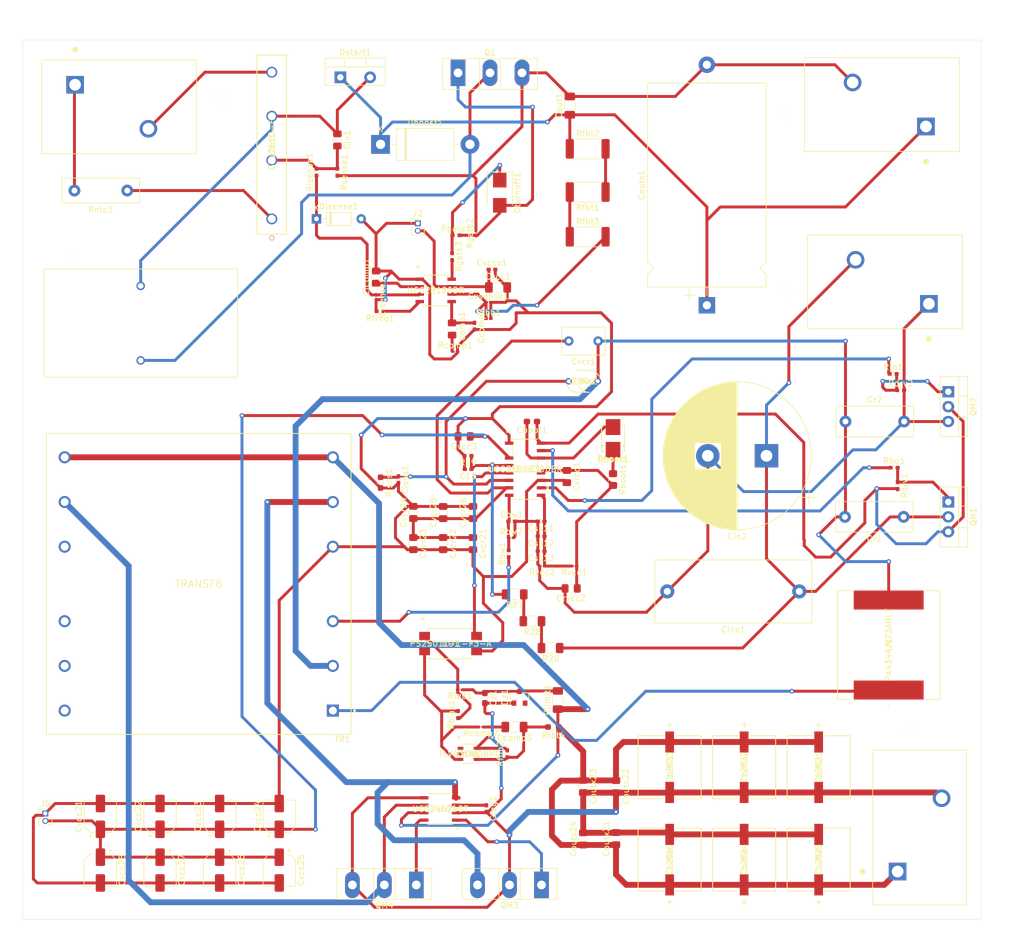
<source format=kicad_pcb>
(kicad_pcb (version 20171130) (host pcbnew "(5.1.8)-1")
  (layers (0 F.Cu signal) (31 B.Cu signal) (34 B.Paste user) (35 F.Paste user) (36 B.SilkS user) (37 F.SilkS user) (38 B.Mask user) (39 F.Mask user) (44 Edge.Cuts user))
  (net 0 "")
  (net 1 "Net-(Cin1-Pad2)")
  (net 2 "Net-(Cin1-Pad1)")
  (net 3 "Net-(Dboost1-Pad2)")
  (net 4 "Net-(Cout1-Pad1)")
  (net 5 "Net-(Cisense1-Pad1)")
  (net 6 "Net-(Cout1-Pad2)")
  (net 7 "Net-(Rgate3-Pad2)")
  (net 8 "Net-(Cvcc1-Pad1)")
  (net 9 "Net-(Cvsense1-Pad1)")
  (net 10 "Net-(Ccomp1-Pad1)")
  (net 11 "Net-(Rfreq1-Pad1)")
  (net 12 "Net-(Cicomp1-Pad1)")
  (net 13 "Net-(Ccomp1-Pad2)")
  (net 14 "Net-(Dturnoff1-Pad2)")
  (net 15 "Net-(Dturnoff1-Pad1)")
  (net 16 "Net-(Rfbt1-Pad2)")
  (net 17 "Net-(Rfbt1-Pad1)")
  (net 18 /LLC/BLK)
  (net 19 GND)
  (net 20 "Net-(Cbw1-Pad1)")
  (net 21 "Net-(Cisns1-Pad1)")
  (net 22 "Net-(Creg1-Pad1)")
  (net 23 "Net-(Crvcc2-Pad1)")
  (net 24 "Net-(Cvcr1-Pad2)")
  (net 25 "Net-(Cz1-Pad1)")
  (net 26 "Net-(Cin2-Pad1)")
  (net 27 /LLC/HS)
  (net 28 "Net-(QM1-Pad1)")
  (net 29 "Net-(QM2-Pad1)")
  (net 30 "Net-(QM3-Pad3)")
  (net 31 "Net-(QM3-Pad1)")
  (net 32 "Net-(QM4-Pad2)")
  (net 33 "Net-(QM4-Pad1)")
  (net 34 "Net-(R20-Pad2)")
  (net 35 "Net-(R27-Pad1)")
  (net 36 "Net-(Dboot1-Pad1)")
  (net 37 "Net-(Rbw1-Pad1)")
  (net 38 /LLC/LO)
  (net 39 /LLC/HO)
  (net 40 "Net-(Cboot1-Pad2)")
  (net 41 "Net-(Ccomp3-Pad2)")
  (net 42 "Net-(Ccomp3-Pad1)")
  (net 43 "Net-(Cisns2-Pad2)")
  (net 44 "Net-(Rbias1-Pad2)")
  (net 45 "Net-(Rbias1-Pad1)")
  (net 46 "Net-(U1LLC1-Pad5)")
  (net 47 "Net-(UVR1-Pad2)")
  (net 48 "Net-(UVR1-Pad1)")
  (net 49 "Net-(Cout21-Pad1)")
  (net 50 "Net-(Css11-Pad1)")
  (net 51 "Net-(Cvcc21-Pad1)")
  (net 52 "Net-(Rntc1-Pad1)")
  (net 53 "Net-(Lr1-Pad1)")
  (net 54 GND1)
  (net 55 "Net-(J1-Pad2)")
  (net 56 "Net-(J1-Pad1)")
  (module Diode_THT:D_DO-35_SOD27_P7.62mm_Horizontal (layer F.Cu) (at 100.838 45.974)
    (fp_text reference Disense1 (at 3.81 -2.12) (layer F.SilkS))
    (fp_text value 1N4148)
    (fp_text user K (at 0 -1.8) (layer F.SilkS))
    (pad 2 thru_hole oval (at 7.62 0) (size 1.6 1.6) (drill 0.8) (layers *.Cu *.Mask) (net 19 GND))
    (pad 1 thru_hole rect (at 0 0) (size 1.6 1.6) (drill 0.8) (layers *.Cu *.Mask) (net 5 "Net-(Cisense1-Pad1)"))
  )
  (module Capacitor_THT:C_Rect_L13.0mm_W5.0mm_P10.00mm_FKS3_FKP3_MKS4 (layer F.Cu) (at 200.914 96.774 180)
    (fp_text reference Cr1 (at 5 -3.75) (layer F.SilkS))
    (fp_text value 33.454n)
    (pad 2 thru_hole circle (at 10 0 180) (size 2 2) (drill 1) (layers *.Cu *.Mask) (net 43 "Net-(Cisns2-Pad2)"))
    (pad 1 thru_hole circle (at 0 0 180) (size 2 2) (drill 1) (layers *.Cu *.Mask) (net 26 "Net-(Cin2-Pad1)"))
  )
  (module LLC_Lr:PA4344.473ANLT (layer F.Cu) (at 198.374 118.618 90)
    (fp_text reference Lr1 (at 0 0 90) (layer F.SilkS))
    (fp_text value PA4344.473ANLT (at 0 0 90) (layer F.SilkS))
    (fp_text user * (at 0 0 90) (layer F.SilkS))
    (pad 2 smd rect (at 7.673601 0 180) (size 11.9126 3.240799) (layers F.Cu F.Paste F.Mask) (net 43 "Net-(Cisns2-Pad2)"))
    (pad 1 smd rect (at -7.673601 0 180) (size 11.9126 3.240799) (layers F.Cu F.Paste F.Mask) (net 53 "Net-(Lr1-Pad1)"))
  )
  (module Package_TO_SOT_THT:TO-220-2_Vertical (layer F.Cu) (at 104.902 21.844)
    (fp_text reference Dstart1 (at 2.54 -4.27) (layer F.SilkS))
    (fp_text value C3D10060A)
    (pad 2 thru_hole oval (at 5.08 0) (size 2 2) (drill 1.1) (layers *.Cu *.Mask) (net 2 "Net-(Cin1-Pad1)"))
    (pad 1 thru_hole rect (at 0 0) (size 2 2) (drill 1.1) (layers *.Cu *.Mask) (net 4 "Net-(Cout1-Pad1)"))
  )
  (module Diode_THT:D_DO-201AD_P15.24mm_Horizontal (layer F.Cu) (at 111.76 33.274)
    (fp_text reference Dboost1 (at 7.62 -3.72) (layer F.SilkS))
    (fp_text value UF5406)
    (fp_text user K (at 0 -2.6) (layer F.SilkS))
    (pad 2 thru_hole oval (at 15.24 0) (size 3.2 3.2) (drill 1.6) (layers *.Cu *.Mask) (net 3 "Net-(Dboost1-Pad2)"))
    (pad 1 thru_hole rect (at 0 0) (size 3.2 3.2) (drill 1.6) (layers *.Cu *.Mask) (net 4 "Net-(Cout1-Pad1)"))
  )
  (module Capacitor_THT:CP_Axial_L34.5mm_D20.0mm_P41.00mm_Horizontal (layer F.Cu) (at 167.386 60.706 90)
    (fp_text reference Coutx1 (at 20.5 -11.12 90) (layer F.SilkS))
    (fp_text value 100n)
    (pad 2 thru_hole oval (at 41 0 90) (size 2.8 2.8) (drill 1.4) (layers *.Cu *.Mask) (net 6 "Net-(Cout1-Pad2)"))
    (pad 1 thru_hole rect (at 0 0 90) (size 2.8 2.8) (drill 1.4) (layers *.Cu *.Mask) (net 4 "Net-(Cout1-Pad1)"))
  )
  (module Capacitor_SMD:C_1206_3216Metric_Pad1.33x1.80mm_HandSolder (layer F.Cu) (at 144.018 26.67 90)
    (fp_text reference Cout1 (at 0 -1.85 90) (layer F.SilkS))
    (fp_text value 18.113m)
    (pad 2 smd roundrect (at 1.5625 0 90) (size 1.325 1.8) (layers F.Cu F.Paste F.Mask) (roundrect_rratio 0.188679) (net 6 "Net-(Cout1-Pad2)"))
    (pad 1 smd roundrect (at -1.5625 0 90) (size 1.325 1.8) (layers F.Cu F.Paste F.Mask) (roundrect_rratio 0.188679) (net 4 "Net-(Cout1-Pad1)"))
  )
  (module Connector2x1:PHOENIX_1792229 (layer F.Cu) (at 199.898 157.226)
    (fp_text reference J6 (at 2.351885 -24.289415) (layer F.SilkS) (effects (font (size 2.001598 2.001598) (thickness 0.015))))
    (fp_text value 1792229)
    (pad 2 thru_hole circle (at 7.5 -12.5) (size 3 3) (drill 2) (layers *.Cu *.Mask) (net 54 GND1))
    (pad 1 thru_hole rect (at 0 0) (size 3 3) (drill 2) (layers *.Cu *.Mask) (net 49 "Net-(Cout21-Pad1)"))
  )
  (module Connector_PinHeader_1.27mm:PinHeader_1x02_P1.27mm_Vertical (layer F.Cu) (at 54.61 147.32)
    (fp_text reference J5 (at 0 -1.695) (layer F.SilkS))
    (fp_text value Conn_01x02_Female)
    (pad 2 thru_hole oval (at 0 1.27) (size 1 1) (drill 0.65) (layers *.Cu *.Mask) (net 51 "Net-(Cvcc21-Pad1)"))
    (pad 1 thru_hole rect (at 0 0) (size 1 1) (drill 0.65) (layers *.Cu *.Mask) (net 19 GND))
  )
  (module Connector2x1:PHOENIX_1792229 (layer F.Cu) (at 205.232 60.452 90)
    (fp_text reference J4 (at 2.351885 -24.289415 90) (layer F.SilkS) (effects (font (size 2.001598 2.001598) (thickness 0.015))))
    (fp_text value 1792229)
    (pad 2 thru_hole circle (at 7.5 -12.5 90) (size 3 3) (drill 2) (layers *.Cu *.Mask) (net 26 "Net-(Cin2-Pad1)"))
    (pad 1 thru_hole rect (at 0 0 90) (size 3 3) (drill 2) (layers *.Cu *.Mask) (net 19 GND))
  )
  (module Connector2x1:PHOENIX_1792229 (layer F.Cu) (at 204.724 30.226 90)
    (fp_text reference J3 (at 2.351885 -24.289415 90) (layer F.SilkS) (effects (font (size 2.001598 2.001598) (thickness 0.015))))
    (fp_text value 1792229)
    (pad 2 thru_hole circle (at 7.5 -12.5 90) (size 3 3) (drill 2) (layers *.Cu *.Mask) (net 6 "Net-(Cout1-Pad2)"))
    (pad 1 thru_hole rect (at 0 0 90) (size 3 3) (drill 2) (layers *.Cu *.Mask) (net 4 "Net-(Cout1-Pad1)"))
  )
  (module Connector_PinHeader_1.27mm:PinHeader_1x02_P1.27mm_Vertical (layer F.Cu) (at 118.11 46.736)
    (fp_text reference J2 (at 0 -1.695) (layer F.SilkS))
    (fp_text value Conn_01x02_Female)
    (pad 2 thru_hole oval (at 0 1.27) (size 1 1) (drill 0.65) (layers *.Cu *.Mask) (net 8 "Net-(Cvcc1-Pad1)"))
    (pad 1 thru_hole rect (at 0 0) (size 1 1) (drill 0.65) (layers *.Cu *.Mask) (net 19 GND))
  )
  (module Connector2x1:PHOENIX_1792229 (layer F.Cu) (at 59.69 23.114 270)
    (fp_text reference J1 (at 2.351885 -24.289415 90) (layer F.SilkS) (effects (font (size 2.001598 2.001598) (thickness 0.015))))
    (fp_text value 1792229)
    (pad 2 thru_hole circle (at 7.5 -12.5 270) (size 3 3) (drill 2) (layers *.Cu *.Mask) (net 55 "Net-(J1-Pad2)"))
    (pad 1 thru_hole rect (at 0 0 270) (size 3 3) (drill 2) (layers *.Cu *.Mask) (net 56 "Net-(J1-Pad1)"))
  )
  (module PFC_L1:IND_FIT106-2 (layer F.Cu) (at 70.866 63.754)
    (fp_text reference L1 (at -12.065 -11.049) (layer F.SilkS) (effects (font (size 1.4 1.4) (thickness 0.015))))
    (fp_text value 148.268u)
    (pad 2 thru_hole circle (at 0 6.35) (size 1.4478 1.4478) (drill 0.9398) (layers *.Cu *.Mask) (net 3 "Net-(Dboost1-Pad2)"))
    (pad 1 thru_hole circle (at 0 -6.35) (size 1.4478 1.4478) (drill 0.9398) (layers *.Cu *.Mask) (net 2 "Net-(Cin1-Pad1)"))
  )
  (module Resistor_THT:R_Box_L13.0mm_W4.0mm_P9.00mm (layer F.Cu) (at 68.58 41.148 180)
    (fp_text reference Rntc1 (at 4.5 -3.25) (layer F.SilkS))
    (fp_text value 1)
    (pad 2 thru_hole circle (at 9 0 180) (size 2 2) (drill 1) (layers *.Cu *.Mask) (net 56 "Net-(J1-Pad1)"))
    (pad 1 thru_hole circle (at 0 0 180) (size 2 2) (drill 1) (layers *.Cu *.Mask) (net 52 "Net-(Rntc1-Pad1)"))
  )
  (module LLC_T1:EPCOS-B65982E0012D001-MFG (layer F.Cu) (at 80.772 108.204 180)
    (fp_text reference TR1 (at -25.95 -26.45) (layer F.SilkS) (effects (justify right)))
    (fp_text value TRANSF6 (at 0 0) (layer F.SilkS) (effects (font (size 1.27 1.27))))
    (pad 7 thru_hole circle (at 22.86 21.59 180) (size 2.049999 2.049999) (drill 1.35) (layers *.Cu) (net 49 "Net-(Cout21-Pad1)"))
    (pad 8 thru_hole circle (at 22.86 13.97 180) (size 2.049999 2.049999) (drill 1.35) (layers *.Cu) (net 32 "Net-(QM4-Pad2)"))
    (pad 9 thru_hole circle (at 22.86 6.35 180) (size 2.049999 2.049999) (drill 1.35) (layers *.Cu))
    (pad 10 thru_hole circle (at 22.86 -6.35 180) (size 2.049999 2.049999) (drill 1.35) (layers *.Cu))
    (pad 11 thru_hole circle (at 22.86 -13.97 180) (size 2.049999 2.049999) (drill 1.35) (layers *.Cu))
    (pad 12 thru_hole circle (at 22.86 -21.59 180) (size 2.049999 2.049999) (drill 1.35) (layers *.Cu))
    (pad 1 thru_hole rect (at -22.86 -21.59 180) (size 2.049999 2.049999) (drill 1.35) (layers *.Cu) (net 53 "Net-(Lr1-Pad1)"))
    (pad 2 thru_hole circle (at -22.86 -13.97 180) (size 2.049999 2.049999) (drill 1.35) (layers *.Cu) (net 43 "Net-(Cisns2-Pad2)"))
    (pad 3 thru_hole circle (at -22.86 -6.35 180) (size 2.049999 2.049999) (drill 1.35) (layers *.Cu) (net 37 "Net-(Rbw1-Pad1)"))
    (pad 4 thru_hole circle (at -22.86 6.35 180) (size 2.049999 2.049999) (drill 1.35) (layers *.Cu) (net 19 GND))
    (pad 5 thru_hole circle (at -22.86 13.97 180) (size 2.049999 2.049999) (drill 1.35) (layers *.Cu) (net 30 "Net-(QM3-Pad3)"))
    (pad 6 thru_hole circle (at -22.86 21.59 180) (size 2.049999 2.049999) (drill 1.35) (layers *.Cu) (net 49 "Net-(Cout21-Pad1)"))
  )
  (module Resistor_SMD:R_0402_1005Metric_Pad0.72x0.64mm_HandSolder (layer F.Cu) (at 200.406 75.184)
    (fp_text reference Rdrv2 (at 0 -1.17) (layer F.SilkS))
    (fp_text value 5.11k)
    (pad 2 smd roundrect (at 0.5975 0) (size 0.715 0.64) (layers F.Cu F.Paste F.Mask) (net 19 GND))
    (pad 1 smd roundrect (at -0.5975 0) (size 0.715 0.64) (layers F.Cu F.Paste F.Mask) (net 29 "Net-(QM2-Pad1)"))
  )
  (module Capacitor_SMD:C_0805_2012Metric_Pad1.18x1.45mm_HandSolder (layer F.Cu) (at 127.508 96.0335 90)
    (fp_text reference Cvcr26 (at 0 -1.68 90) (layer F.SilkS))
    (fp_text value 1n)
    (pad 2 smd roundrect (at 1.0375 0 90) (size 1.175 1.45) (layers F.Cu F.Paste F.Mask) (roundrect_rratio 0.212766) (net 19 GND))
    (pad 1 smd roundrect (at -1.0375 0 90) (size 1.175 1.45) (layers F.Cu F.Paste F.Mask) (roundrect_rratio 0.212766) (net 24 "Net-(Cvcr1-Pad2)"))
  )
  (module Capacitor_SMD:C_0805_2012Metric_Pad1.18x1.45mm_HandSolder (layer F.Cu) (at 122.428 96.0335 90)
    (fp_text reference Cvcr25 (at 0 -1.68 90) (layer F.SilkS))
    (fp_text value 1n)
    (pad 2 smd roundrect (at 1.0375 0 90) (size 1.175 1.45) (layers F.Cu F.Paste F.Mask) (roundrect_rratio 0.212766) (net 19 GND))
    (pad 1 smd roundrect (at -1.0375 0 90) (size 1.175 1.45) (layers F.Cu F.Paste F.Mask) (roundrect_rratio 0.212766) (net 24 "Net-(Cvcr1-Pad2)"))
  )
  (module Capacitor_SMD:C_0805_2012Metric_Pad1.18x1.45mm_HandSolder (layer F.Cu) (at 117.348 96.012 90)
    (fp_text reference Cvcr24 (at 0 -1.68 90) (layer F.SilkS))
    (fp_text value 1n)
    (pad 2 smd roundrect (at 1.0375 0 90) (size 1.175 1.45) (layers F.Cu F.Paste F.Mask) (roundrect_rratio 0.212766) (net 19 GND))
    (pad 1 smd roundrect (at -1.0375 0 90) (size 1.175 1.45) (layers F.Cu F.Paste F.Mask) (roundrect_rratio 0.212766) (net 24 "Net-(Cvcr1-Pad2)"))
  )
  (module Capacitor_SMD:C_0805_2012Metric_Pad1.18x1.45mm_HandSolder (layer F.Cu) (at 117.348 101.3245 270)
    (fp_text reference Cvcr23 (at 0 -1.68 90) (layer F.SilkS))
    (fp_text value 1n)
    (pad 2 smd roundrect (at 1.0375 0 270) (size 1.175 1.45) (layers F.Cu F.Paste F.Mask) (roundrect_rratio 0.212766) (net 19 GND))
    (pad 1 smd roundrect (at -1.0375 0 270) (size 1.175 1.45) (layers F.Cu F.Paste F.Mask) (roundrect_rratio 0.212766) (net 24 "Net-(Cvcr1-Pad2)"))
  )
  (module Capacitor_SMD:C_0805_2012Metric_Pad1.18x1.45mm_HandSolder (layer F.Cu) (at 122.428 101.3245 270)
    (fp_text reference Cvcr22 (at 0 -1.68 90) (layer F.SilkS))
    (fp_text value 1n)
    (pad 2 smd roundrect (at 1.0375 0 270) (size 1.175 1.45) (layers F.Cu F.Paste F.Mask) (roundrect_rratio 0.212766) (net 19 GND))
    (pad 1 smd roundrect (at -1.0375 0 270) (size 1.175 1.45) (layers F.Cu F.Paste F.Mask) (roundrect_rratio 0.212766) (net 24 "Net-(Cvcr1-Pad2)"))
  )
  (module Capacitor_SMD:C_0805_2012Metric_Pad1.18x1.45mm_HandSolder (layer F.Cu) (at 127.508 101.3245 270)
    (fp_text reference Cvcr21 (at 0 -1.68 90) (layer F.SilkS))
    (fp_text value 1n)
    (pad 2 smd roundrect (at 1.0375 0 270) (size 1.175 1.45) (layers F.Cu F.Paste F.Mask) (roundrect_rratio 0.212766) (net 19 GND))
    (pad 1 smd roundrect (at -1.0375 0 270) (size 1.175 1.45) (layers F.Cu F.Paste F.Mask) (roundrect_rratio 0.212766) (net 24 "Net-(Cvcr1-Pad2)"))
  )
  (module Capacitor_SMD:CP_Elec_5x5.8 (layer F.Cu) (at 64.008 156.972 270)
    (fp_text reference Cvcc28 (at 0 -3.7 90) (layer F.SilkS))
    (fp_text value 15u)
    (pad 2 smd roundrect (at 2.2 0 270) (size 3 1.6) (layers F.Cu F.Paste F.Mask) (roundrect_rratio 0.15625) (net 19 GND))
    (pad 1 smd roundrect (at -2.2 0 270) (size 3 1.6) (layers F.Cu F.Paste F.Mask) (roundrect_rratio 0.15625) (net 51 "Net-(Cvcc21-Pad1)"))
  )
  (module Capacitor_SMD:CP_Elec_5x5.8 (layer F.Cu) (at 74.168 156.972 270)
    (fp_text reference Cvcc27 (at 0 -3.7 90) (layer F.SilkS))
    (fp_text value 15u)
    (pad 2 smd roundrect (at 2.2 0 270) (size 3 1.6) (layers F.Cu F.Paste F.Mask) (roundrect_rratio 0.15625) (net 19 GND))
    (pad 1 smd roundrect (at -2.2 0 270) (size 3 1.6) (layers F.Cu F.Paste F.Mask) (roundrect_rratio 0.15625) (net 51 "Net-(Cvcc21-Pad1)"))
  )
  (module Capacitor_SMD:CP_Elec_5x5.8 (layer F.Cu) (at 84.328 156.972 270)
    (fp_text reference Cvcc26 (at 0 -3.7 90) (layer F.SilkS))
    (fp_text value 15u)
    (pad 2 smd roundrect (at 2.2 0 270) (size 3 1.6) (layers F.Cu F.Paste F.Mask) (roundrect_rratio 0.15625) (net 19 GND))
    (pad 1 smd roundrect (at -2.2 0 270) (size 3 1.6) (layers F.Cu F.Paste F.Mask) (roundrect_rratio 0.15625) (net 51 "Net-(Cvcc21-Pad1)"))
  )
  (module Capacitor_SMD:CP_Elec_5x5.8 (layer F.Cu) (at 94.488 156.972 270)
    (fp_text reference Cvcc25 (at 0 -3.7 90) (layer F.SilkS))
    (fp_text value 15u)
    (pad 2 smd roundrect (at 2.2 0 270) (size 3 1.6) (layers F.Cu F.Paste F.Mask) (roundrect_rratio 0.15625) (net 19 GND))
    (pad 1 smd roundrect (at -2.2 0 270) (size 3 1.6) (layers F.Cu F.Paste F.Mask) (roundrect_rratio 0.15625) (net 51 "Net-(Cvcc21-Pad1)"))
  )
  (module Capacitor_SMD:CP_Elec_5x5.8 (layer F.Cu) (at 94.488 147.828 90)
    (fp_text reference Cvcc24 (at 0 -3.7 90) (layer F.SilkS))
    (fp_text value 15u)
    (pad 2 smd roundrect (at 2.2 0 90) (size 3 1.6) (layers F.Cu F.Paste F.Mask) (roundrect_rratio 0.15625) (net 19 GND))
    (pad 1 smd roundrect (at -2.2 0 90) (size 3 1.6) (layers F.Cu F.Paste F.Mask) (roundrect_rratio 0.15625) (net 51 "Net-(Cvcc21-Pad1)"))
  )
  (module Capacitor_SMD:CP_Elec_5x5.8 (layer F.Cu) (at 84.328 147.828 90)
    (fp_text reference Cvcc23 (at 0 -3.7 90) (layer F.SilkS))
    (fp_text value 15u)
    (pad 2 smd roundrect (at 2.2 0 90) (size 3 1.6) (layers F.Cu F.Paste F.Mask) (roundrect_rratio 0.15625) (net 19 GND))
    (pad 1 smd roundrect (at -2.2 0 90) (size 3 1.6) (layers F.Cu F.Paste F.Mask) (roundrect_rratio 0.15625) (net 51 "Net-(Cvcc21-Pad1)"))
  )
  (module Capacitor_SMD:CP_Elec_5x5.8 (layer F.Cu) (at 74.168 147.828 90)
    (fp_text reference Cvcc22 (at 0 -3.7 90) (layer F.SilkS))
    (fp_text value 15u)
    (pad 2 smd roundrect (at 2.2 0 90) (size 3 1.6) (layers F.Cu F.Paste F.Mask) (roundrect_rratio 0.15625) (net 19 GND))
    (pad 1 smd roundrect (at -2.2 0 90) (size 3 1.6) (layers F.Cu F.Paste F.Mask) (roundrect_rratio 0.15625) (net 51 "Net-(Cvcc21-Pad1)"))
  )
  (module Capacitor_SMD:CP_Elec_5x5.8 (layer F.Cu) (at 64.008 147.828 90)
    (fp_text reference Cvcc21 (at 0 -3.7 90) (layer F.SilkS))
    (fp_text value 15u)
    (pad 2 smd roundrect (at 2.2 0 90) (size 3 1.6) (layers F.Cu F.Paste F.Mask) (roundrect_rratio 0.15625) (net 19 GND))
    (pad 1 smd roundrect (at -2.2 0 90) (size 3 1.6) (layers F.Cu F.Paste F.Mask) (roundrect_rratio 0.15625) (net 51 "Net-(Cvcc21-Pad1)"))
  )
  (module Capacitor_SMD:C_0402_1005Metric_Pad0.74x0.62mm_HandSolder (layer F.Cu) (at 139.1325 102.616 180)
    (fp_text reference Css13 (at 0 -1.16) (layer F.SilkS))
    (fp_text value 47n)
    (pad 2 smd roundrect (at 0.5675 0 180) (size 0.735 0.62) (layers F.Cu F.Paste F.Mask) (net 19 GND))
    (pad 1 smd roundrect (at -0.5675 0 180) (size 0.735 0.62) (layers F.Cu F.Paste F.Mask) (net 50 "Net-(Css11-Pad1)"))
  )
  (module Capacitor_SMD:C_0402_1005Metric_Pad0.74x0.62mm_HandSolder (layer F.Cu) (at 139.1325 100.076 180)
    (fp_text reference Css12 (at 0 -1.16) (layer F.SilkS))
    (fp_text value 47n)
    (pad 2 smd roundrect (at 0.5675 0 180) (size 0.735 0.62) (layers F.Cu F.Paste F.Mask) (net 19 GND))
    (pad 1 smd roundrect (at -0.5675 0 180) (size 0.735 0.62) (layers F.Cu F.Paste F.Mask) (net 50 "Net-(Css11-Pad1)"))
  )
  (module Capacitor_SMD:C_0402_1005Metric_Pad0.74x0.62mm_HandSolder (layer F.Cu) (at 139.1325 97.536 180)
    (fp_text reference Css11 (at 0 -1.16) (layer F.SilkS))
    (fp_text value 47n)
    (pad 2 smd roundrect (at 0.5675 0 180) (size 0.735 0.62) (layers F.Cu F.Paste F.Mask) (net 19 GND))
    (pad 1 smd roundrect (at -0.5675 0 180) (size 0.735 0.62) (layers F.Cu F.Paste F.Mask) (net 50 "Net-(Css11-Pad1)"))
  )
  (module Capacitor_SMD:C_0805_2012Metric_Pad1.18x1.45mm_HandSolder (layer F.Cu) (at 146.304 151.6595 90)
    (fp_text reference Coutx24 (at 0 -1.68 90) (layer F.SilkS))
    (fp_text value 22u)
    (pad 2 smd roundrect (at 1.0375 0 90) (size 1.175 1.45) (layers F.Cu F.Paste F.Mask) (roundrect_rratio 0.212766) (net 54 GND1))
    (pad 1 smd roundrect (at -1.0375 0 90) (size 1.175 1.45) (layers F.Cu F.Paste F.Mask) (roundrect_rratio 0.212766) (net 49 "Net-(Cout21-Pad1)"))
  )
  (module Capacitor_SMD:C_0805_2012Metric_Pad1.18x1.45mm_HandSolder (layer F.Cu) (at 146.304 142.7265 270)
    (fp_text reference Coutx23 (at 0 -1.68 90) (layer F.SilkS))
    (fp_text value 22u)
    (pad 2 smd roundrect (at 1.0375 0 270) (size 1.175 1.45) (layers F.Cu F.Paste F.Mask) (roundrect_rratio 0.212766) (net 54 GND1))
    (pad 1 smd roundrect (at -1.0375 0 270) (size 1.175 1.45) (layers F.Cu F.Paste F.Mask) (roundrect_rratio 0.212766) (net 49 "Net-(Cout21-Pad1)"))
  )
  (module Capacitor_SMD:C_0805_2012Metric_Pad1.18x1.45mm_HandSolder (layer F.Cu) (at 151.892 151.6165 90)
    (fp_text reference Coutx21 (at 0 -1.68 90) (layer F.SilkS))
    (fp_text value 22u)
    (pad 2 smd roundrect (at 1.0375 0 90) (size 1.175 1.45) (layers F.Cu F.Paste F.Mask) (roundrect_rratio 0.212766) (net 54 GND1))
    (pad 1 smd roundrect (at -1.0375 0 90) (size 1.175 1.45) (layers F.Cu F.Paste F.Mask) (roundrect_rratio 0.212766) (net 49 "Net-(Cout21-Pad1)"))
  )
  (module LLC_Cout:35SVPF120M (layer F.Cu) (at 161.036 155.194 90)
    (fp_text reference Cout26 (at 0 0 90) (layer F.SilkS))
    (fp_text value 120u (at 0 0 90) (layer F.SilkS))
    (fp_text user * (at 0 0 90) (layer F.SilkS))
    (pad 2 smd rect (at 4.3005 0 90) (size 3.600399 1.492199) (layers F.Cu F.Paste F.Mask) (net 54 GND1))
    (pad 1 smd rect (at -4.3005 0 90) (size 3.600399 1.492199) (layers F.Cu F.Paste F.Mask) (net 49 "Net-(Cout21-Pad1)"))
  )
  (module LLC_Cout:35SVPF120M (layer F.Cu) (at 186.436 155.194 90)
    (fp_text reference Cout25 (at 0 0 90) (layer F.SilkS))
    (fp_text value 120u (at 0 0 90) (layer F.SilkS))
    (fp_text user * (at 0 0 90) (layer F.SilkS))
    (pad 2 smd rect (at 4.3005 0 90) (size 3.600399 1.492199) (layers F.Cu F.Paste F.Mask) (net 54 GND1))
    (pad 1 smd rect (at -4.3005 0 90) (size 3.600399 1.492199) (layers F.Cu F.Paste F.Mask) (net 49 "Net-(Cout21-Pad1)"))
  )
  (module LLC_Cout:35SVPF120M (layer F.Cu) (at 173.736 155.194 90)
    (fp_text reference Cout24 (at 0 0 90) (layer F.SilkS))
    (fp_text value 120u (at 0 0 90) (layer F.SilkS))
    (fp_text user * (at 0 0 90) (layer F.SilkS))
    (pad 2 smd rect (at 4.3005 0 90) (size 3.600399 1.492199) (layers F.Cu F.Paste F.Mask) (net 54 GND1))
    (pad 1 smd rect (at -4.3005 0 90) (size 3.600399 1.492199) (layers F.Cu F.Paste F.Mask) (net 49 "Net-(Cout21-Pad1)"))
  )
  (module LLC_Cout:35SVPF120M (layer F.Cu) (at 161.036 139.446 270)
    (fp_text reference Cout23 (at 0 0 90) (layer F.SilkS))
    (fp_text value 120u (at 0 0 90) (layer F.SilkS))
    (fp_text user * (at 0 0 90) (layer F.SilkS))
    (pad 2 smd rect (at 4.3005 0 270) (size 3.600399 1.492199) (layers F.Cu F.Paste F.Mask) (net 54 GND1))
    (pad 1 smd rect (at -4.3005 0 270) (size 3.600399 1.492199) (layers F.Cu F.Paste F.Mask) (net 49 "Net-(Cout21-Pad1)"))
  )
  (module LLC_Cout:35SVPF120M (layer F.Cu) (at 173.736 139.446 270)
    (fp_text reference Cout22 (at 0 0 90) (layer F.SilkS))
    (fp_text value 120u (at 0 0 90) (layer F.SilkS))
    (fp_text user * (at 0 0 90) (layer F.SilkS))
    (pad 2 smd rect (at 4.3005 0 270) (size 3.600399 1.492199) (layers F.Cu F.Paste F.Mask) (net 54 GND1))
    (pad 1 smd rect (at -4.3005 0 270) (size 3.600399 1.492199) (layers F.Cu F.Paste F.Mask) (net 49 "Net-(Cout21-Pad1)"))
  )
  (module LLC_Cout:35SVPF120M (layer F.Cu) (at 186.436 139.446 270)
    (fp_text reference Cout21 (at 0 0 90) (layer F.SilkS))
    (fp_text value 120u (at 0 0 90) (layer F.SilkS))
    (fp_text user * (at 0 0 90) (layer F.SilkS))
    (pad 2 smd rect (at 4.3005 0 270) (size 3.600399 1.492199) (layers F.Cu F.Paste F.Mask) (net 54 GND1))
    (pad 1 smd rect (at -4.3005 0 270) (size 3.600399 1.492199) (layers F.Cu F.Paste F.Mask) (net 49 "Net-(Cout21-Pad1)"))
  )
  (module LLC_VR1:TLV431AIDBVT (layer F.Cu) (at 126.746 137.16)
    (fp_text reference UVR1 (at 0 0) (layer F.SilkS))
    (fp_text value TLV431AIDBVT (at 0 0) (layer F.SilkS))
    (fp_text user * (at -1.61645 -2.601) (layer F.SilkS))
    (fp_text user * (at -1.61645 -2.601) (layer F.SilkS))
    (pad 5 smd rect (at 1.362451 -0.950001) (size 0.972299 0.508) (layers F.Cu F.Paste F.Mask) (net 54 GND1))
    (pad 4 smd rect (at 1.362451 0.950001) (size 0.972299 0.508) (layers F.Cu F.Paste F.Mask) (net 42 "Net-(Ccomp3-Pad1)"))
    (pad 3 smd rect (at -1.362451 0.950001) (size 0.972299 0.508) (layers F.Cu F.Paste F.Mask) (net 44 "Net-(Rbias1-Pad2)"))
    (pad 2 smd rect (at -1.362451 0) (size 0.972299 0.508) (layers F.Cu F.Paste F.Mask) (net 47 "Net-(UVR1-Pad2)"))
    (pad 1 smd rect (at -1.362451 -0.950001) (size 0.972299 0.508) (layers F.Cu F.Paste F.Mask) (net 48 "Net-(UVR1-Pad1)"))
  )
  (module LLC_O1:PS2501L-1-F3-A (layer F.Cu) (at 123.698 118.364)
    (fp_text reference UO1 (at 0 0) (layer F.SilkS))
    (fp_text value PS2501L-1-F3-A (at 0 0) (layer F.SilkS))
    (fp_text user * (at -4.6863 -3.86) (layer F.SilkS))
    (fp_text user * (at -4.6863 -3.86) (layer F.SilkS))
    (pad 4 smd rect (at 4.4323 -1.27) (size 1.842999 1.447) (layers F.Cu F.Paste F.Mask) (net 46 "Net-(U1LLC1-Pad5)"))
    (pad 3 smd rect (at 4.4323 1.27) (size 1.842999 1.447) (layers F.Cu F.Paste F.Mask) (net 19 GND))
    (pad 2 smd rect (at -4.4323 1.27) (size 1.842999 1.447) (layers F.Cu F.Paste F.Mask) (net 44 "Net-(Rbias1-Pad2)"))
    (pad 1 smd rect (at -4.4323 -1.27) (size 1.842999 1.447) (layers F.Cu F.Paste F.Mask) (net 45 "Net-(Rbias1-Pad1)"))
  )
  (module LLC_U2:UCC24624DT (layer F.Cu) (at 121.92 146.558 180)
    (fp_text reference U2LLC1 (at 0 0) (layer F.SilkS))
    (fp_text value UCC24624DT (at 0 0) (layer F.SilkS))
    (fp_text user * (at -2.97535 -3.606) (layer F.SilkS))
    (fp_text user * (at -2.97535 -3.606) (layer F.SilkS))
    (pad 8 smd rect (at 2.721348 -1.905 180) (size 1.454899 0.558) (layers F.Cu F.Paste F.Mask) (net 33 "Net-(QM4-Pad1)"))
    (pad 7 smd rect (at 2.721348 -0.635 180) (size 1.454899 0.558) (layers F.Cu F.Paste F.Mask) (net 49 "Net-(Cout21-Pad1)"))
    (pad 6 smd rect (at 2.721348 0.635 180) (size 1.454899 0.558) (layers F.Cu F.Paste F.Mask) (net 32 "Net-(QM4-Pad2)"))
    (pad 5 smd rect (at 2.721348 1.905 180) (size 1.454899 0.558) (layers F.Cu F.Paste F.Mask) (net 54 GND1))
    (pad 4 smd rect (at -2.721348 1.905 180) (size 1.454899 0.558) (layers F.Cu F.Paste F.Mask) (net 30 "Net-(QM3-Pad3)"))
    (pad 3 smd rect (at -2.721348 0.635 180) (size 1.454899 0.558) (layers F.Cu F.Paste F.Mask) (net 22 "Net-(Creg1-Pad1)"))
    (pad 2 smd rect (at -2.721348 -0.635 180) (size 1.454899 0.558) (layers F.Cu F.Paste F.Mask) (net 54 GND1))
    (pad 1 smd rect (at -2.721348 -1.905 180) (size 1.454899 0.558) (layers F.Cu F.Paste F.Mask) (net 31 "Net-(QM3-Pad1)"))
  )
  (module LLC_U1:UCC256403DDBR (layer F.Cu) (at 136.398 88.646)
    (fp_text reference U1LLC1 (at 0 0) (layer F.SilkS))
    (fp_text value UCC256403DDBR (at 0 0) (layer F.SilkS))
    (fp_text user * (at -2.97535 -6.146) (layer F.SilkS))
    (fp_text user * (at -2.97535 -6.146) (layer F.SilkS))
    (pad 16 smd rect (at 2.721348 -4.445) (size 1.454899 0.558) (layers F.Cu F.Paste F.Mask) (net 27 /LLC/HS))
    (pad 15 smd rect (at 2.721348 -3.175) (size 1.454899 0.558) (layers F.Cu F.Paste F.Mask) (net 39 /LLC/HO))
    (pad 14 smd rect (at 2.721348 -1.905) (size 1.454899 0.558) (layers F.Cu F.Paste F.Mask) (net 40 "Net-(Cboot1-Pad2)"))
    (pad 12 smd rect (at 2.721348 0.635) (size 1.454899 0.558) (layers F.Cu F.Paste F.Mask) (net 23 "Net-(Crvcc2-Pad1)"))
    (pad 11 smd rect (at 2.721348 1.905) (size 1.454899 0.558) (layers F.Cu F.Paste F.Mask) (net 19 GND))
    (pad 10 smd rect (at 2.721348 3.175) (size 1.454899 0.558) (layers F.Cu F.Paste F.Mask) (net 38 /LLC/LO))
    (pad 9 smd rect (at 2.721348 4.445) (size 1.454899 0.558) (layers F.Cu F.Paste F.Mask) (net 50 "Net-(Css11-Pad1)"))
    (pad 8 smd rect (at -2.721348 4.445) (size 1.454899 0.558) (layers F.Cu F.Paste F.Mask) (net 20 "Net-(Cbw1-Pad1)"))
    (pad 7 smd rect (at -2.721348 3.175) (size 1.454899 0.558) (layers F.Cu F.Paste F.Mask) (net 24 "Net-(Cvcr1-Pad2)"))
    (pad 6 smd rect (at -2.721348 1.905) (size 1.454899 0.558) (layers F.Cu F.Paste F.Mask) (net 21 "Net-(Cisns1-Pad1)"))
    (pad 5 smd rect (at -2.721348 0.635) (size 1.454899 0.558) (layers F.Cu F.Paste F.Mask) (net 46 "Net-(U1LLC1-Pad5)"))
    (pad 4 smd rect (at -2.721348 -0.635) (size 1.454899 0.558) (layers F.Cu F.Paste F.Mask) (net 18 /LLC/BLK))
    (pad 3 smd rect (at -2.721348 -1.905) (size 1.454899 0.558) (layers F.Cu F.Paste F.Mask) (net 51 "Net-(Cvcc21-Pad1)"))
    (pad 1 smd rect (at -2.721348 -4.445) (size 1.454899 0.558) (layers F.Cu F.Paste F.Mask) (net 19 GND))
  )
  (module Resistor_SMD:R_1206_3216Metric_Pad1.30x1.75mm_HandSolder (layer F.Cu) (at 141.986 127.99 90)
    (fp_text reference Rlimit1 (at 0 -1.82 90) (layer F.SilkS))
    (fp_text value 18.2k)
    (pad 2 smd roundrect (at 1.55 0 90) (size 1.3 1.75) (layers F.Cu F.Paste F.Mask) (roundrect_rratio 0.192308) (net 25 "Net-(Cz1-Pad1)"))
    (pad 1 smd roundrect (at -1.55 0 90) (size 1.3 1.75) (layers F.Cu F.Paste F.Mask) (roundrect_rratio 0.192308) (net 49 "Net-(Cout21-Pad1)"))
  )
  (module Resistor_SMD:R_0201_0603Metric_Pad0.64x0.40mm_HandSolder (layer F.Cu) (at 125.3225 126.238 180)
    (fp_text reference Rled1 (at 0 -1.05) (layer F.SilkS))
    (fp_text value 36.5k)
    (pad 2 smd roundrect (at 0.4075 0 180) (size 0.635 0.4) (layers F.Cu F.Mask) (net 45 "Net-(Rbias1-Pad1)"))
    (pad 1 smd roundrect (at -0.4075 0 180) (size 0.635 0.4) (layers F.Cu F.Mask) (net 25 "Net-(Cz1-Pad1)"))
  )
  (module Resistor_SMD:R_0603_1608Metric_Pad0.98x0.95mm_HandSolder (layer F.Cu) (at 111.76 90.932 270)
    (fp_text reference Risns1 (at 0 -1.43 90) (layer F.SilkS))
    (fp_text value 80.759)
    (pad 2 smd roundrect (at 0.9125 0 270) (size 0.975 0.95) (layers F.Cu F.Paste F.Mask) (net 19 GND))
    (pad 1 smd roundrect (at -0.9125 0 270) (size 0.975 0.95) (layers F.Cu F.Paste F.Mask) (net 21 "Net-(Cisns1-Pad1)"))
  )
  (module Resistor_SMD:R_0603_1608Metric_Pad0.98x0.95mm_HandSolder (layer F.Cu) (at 141.224 132.588 180)
    (fp_text reference Rfbt4 (at 0 -1.43) (layer F.SilkS))
    (fp_text value 110k)
    (pad 2 smd roundrect (at 0.9125 0 180) (size 0.975 0.95) (layers F.Cu F.Paste F.Mask) (net 42 "Net-(Ccomp3-Pad1)"))
    (pad 1 smd roundrect (at -0.9125 0 180) (size 0.975 0.95) (layers F.Cu F.Paste F.Mask) (net 49 "Net-(Cout21-Pad1)"))
  )
  (module Resistor_SMD:R_0402_1005Metric_Pad0.72x0.64mm_HandSolder (layer F.Cu) (at 133.35 137.16 90)
    (fp_text reference Rfbb2 (at 0 -1.17 90) (layer F.SilkS))
    (fp_text value 8.06k)
    (pad 2 smd roundrect (at 0.5975 0 90) (size 0.715 0.64) (layers F.Cu F.Paste F.Mask) (net 54 GND1))
    (pad 1 smd roundrect (at -0.5975 0 90) (size 0.715 0.64) (layers F.Cu F.Paste F.Mask) (net 42 "Net-(Ccomp3-Pad1)"))
  )
  (module Resistor_SMD:R_0201_0603Metric_Pad0.64x0.40mm_HandSolder (layer F.Cu) (at 128.8785 132.588 180)
    (fp_text reference Rcomp2 (at 0 -1.05) (layer F.SilkS))
    (fp_text value 44.2k)
    (pad 2 smd roundrect (at 0.4075 0 180) (size 0.635 0.4) (layers F.Cu F.Mask) (net 44 "Net-(Rbias1-Pad2)"))
    (pad 1 smd roundrect (at -0.4075 0 180) (size 0.635 0.4) (layers F.Cu F.Mask) (net 41 "Net-(Ccomp3-Pad2)"))
  )
  (module Resistor_SMD:R_0402_1005Metric_Pad0.72x0.64mm_HandSolder (layer F.Cu) (at 124.968 130.4665 90)
    (fp_text reference Rbias1 (at 0 -1.17 90) (layer F.SilkS))
    (fp_text value 6.04k)
    (pad 2 smd roundrect (at 0.5975 0 90) (size 0.715 0.64) (layers F.Cu F.Paste F.Mask) (net 44 "Net-(Rbias1-Pad2)"))
    (pad 1 smd roundrect (at -0.5975 0 90) (size 0.715 0.64) (layers F.Cu F.Paste F.Mask) (net 45 "Net-(Rbias1-Pad1)"))
  )
  (module DO-214BA:DO-214BA (layer F.Cu) (at 151.384 83.404 90)
    (fp_text reference Dboot1 (at -3.5 0) (layer F.SilkS) (effects (font (size 1.016 1.016) (thickness 0.254))))
    (fp_text value DIODE hide)
    (pad 1 smd rect (at -1.94 0 90) (size 2.71 2.5) (layers F.Cu F.Paste F.Mask) (net 36 "Net-(Dboot1-Pad1)"))
    (pad 2 smd rect (at 1.94 0 90) (size 2.71 2.5) (layers F.Cu F.Paste F.Mask) (net 40 "Net-(Cboot1-Pad2)"))
  )
  (module Capacitor_SMD:C_0603_1608Metric_Pad1.08x0.95mm_HandSolder (layer F.Cu) (at 129.54 127.6615 270)
    (fp_text reference Cz1 (at 0 -1.43 90) (layer F.SilkS))
    (fp_text value 100n)
    (pad 2 smd roundrect (at 0.8625 0 270) (size 1.075 0.95) (layers F.Cu F.Paste F.Mask) (net 54 GND1))
    (pad 1 smd roundrect (at -0.8625 0 270) (size 1.075 0.95) (layers F.Cu F.Paste F.Mask) (net 25 "Net-(Cz1-Pad1)"))
  )
  (module Capacitor_THT:C_Rect_L13.0mm_W5.0mm_P10.00mm_FKS3_FKP3_MKS4 (layer F.Cu) (at 191.008 80.518)
    (fp_text reference Cr2 (at 5 -3.75) (layer F.SilkS))
    (fp_text value 33.454n)
    (pad 2 thru_hole circle (at 10 0) (size 2 2) (drill 1) (layers *.Cu *.Mask) (net 19 GND))
    (pad 1 thru_hole circle (at 0 0) (size 2 2) (drill 1) (layers *.Cu *.Mask) (net 43 "Net-(Cisns2-Pad2)"))
  )
  (module Capacitor_SMD:C_0805_2012Metric_Pad1.18x1.45mm_HandSolder (layer F.Cu) (at 151.892 142.748 270)
    (fp_text reference Coutx22 (at 0 -1.68 90) (layer F.SilkS))
    (fp_text value 22u)
    (pad 2 smd roundrect (at 1.0375 0 270) (size 1.175 1.45) (layers F.Cu F.Paste F.Mask) (roundrect_rratio 0.212766) (net 54 GND1))
    (pad 1 smd roundrect (at -1.0375 0 270) (size 1.175 1.45) (layers F.Cu F.Paste F.Mask) (roundrect_rratio 0.212766) (net 49 "Net-(Cout21-Pad1)"))
  )
  (module LLC_Cisns2:FA26C0G2J151JNU00 (layer F.Cu) (at 146.304 73.66)
    (fp_text reference Cisns2 (at 0 0) (layer F.SilkS))
    (fp_text value 150p (at 0 0) (layer F.SilkS))
    (fp_text user * (at 0 0) (layer F.SilkS))
    (pad 2 thru_hole circle (at 2.5 0) (size 1.1176 1.1176) (drill 0.6096) (layers *.Cu *.Mask) (net 43 "Net-(Cisns2-Pad2)"))
    (pad 1 thru_hole circle (at -2.5 0) (size 1.1176 1.1176) (drill 0.6096) (layers *.Cu *.Mask) (net 21 "Net-(Cisns1-Pad1)"))
  )
  (module Capacitor_THT:C_Rect_L26.5mm_W10.5mm_P22.50mm_MKS4 (layer F.Cu) (at 183.134 109.474 180)
    (fp_text reference Cinx1 (at 11.25 -6.5) (layer F.SilkS))
    (fp_text value 1.5u)
    (pad 2 thru_hole circle (at 22.5 0 180) (size 2.4 2.4) (drill 1.2) (layers *.Cu *.Mask) (net 19 GND))
    (pad 1 thru_hole circle (at 0 0 180) (size 2.4 2.4) (drill 1.2) (layers *.Cu *.Mask) (net 26 "Net-(Cin2-Pad1)"))
  )
  (module Capacitor_THT:CP_Radial_D25.0mm_P10.00mm_SnapIn (layer F.Cu) (at 177.546 86.36 180)
    (fp_text reference Cin2 (at 5 -13.75) (layer F.SilkS))
    (fp_text value 47u)
    (pad 2 thru_hole circle (at 10 0 180) (size 4 4) (drill 2) (layers *.Cu *.Mask) (net 19 GND))
    (pad 1 thru_hole rect (at 0 0 180) (size 4 4) (drill 2) (layers *.Cu *.Mask) (net 26 "Net-(Cin2-Pad1)"))
  )
  (module Capacitor_SMD:C_1206_3216Metric_Pad1.33x1.80mm_HandSolder (layer F.Cu) (at 134.5815 132.588 180)
    (fp_text reference Ccomp3 (at 0 -1.85) (layer F.SilkS))
    (fp_text value 390n)
    (pad 2 smd roundrect (at 1.5625 0 180) (size 1.325 1.8) (layers F.Cu F.Paste F.Mask) (roundrect_rratio 0.188679) (net 41 "Net-(Ccomp3-Pad2)"))
    (pad 1 smd roundrect (at -1.5625 0 180) (size 1.325 1.8) (layers F.Cu F.Paste F.Mask) (roundrect_rratio 0.188679) (net 42 "Net-(Ccomp3-Pad1)"))
  )
  (module Capacitor_SMD:C_0603_1608Metric_Pad1.08x0.95mm_HandSolder (layer F.Cu) (at 137.5675 80.518 180)
    (fp_text reference Cboot1 (at 0 -1.43) (layer F.SilkS))
    (fp_text value 220n)
    (pad 2 smd roundrect (at 0.8625 0 180) (size 1.075 0.95) (layers F.Cu F.Paste F.Mask) (net 40 "Net-(Cboot1-Pad2)"))
    (pad 1 smd roundrect (at -0.8625 0 180) (size 1.075 0.95) (layers F.Cu F.Paste F.Mask) (net 27 /LLC/HS))
  )
  (module Resistor_SMD:R_0201_0603Metric_Pad0.64x0.40mm_HandSolder (layer F.Cu) (at 139.2925 105.156 180)
    (fp_text reference Rvcc2 (at 0 -1.05) (layer F.SilkS))
    (fp_text value 12.1k)
    (pad 2 smd roundrect (at 0.4075 0 180) (size 0.635 0.4) (layers F.Cu F.Mask) (net 19 GND))
    (pad 1 smd roundrect (at -0.4075 0 180) (size 0.635 0.4) (layers F.Cu F.Mask) (net 50 "Net-(Css11-Pad1)"))
  )
  (module Resistor_SMD:R_0201_0603Metric_Pad0.64x0.40mm_HandSolder (layer F.Cu) (at 144.78 105.156 180)
    (fp_text reference Rvcc1 (at 0 -1.05) (layer F.SilkS))
    (fp_text value 44.2k)
    (pad 2 smd roundrect (at 0.4075 0 180) (size 0.635 0.4) (layers F.Cu F.Mask) (net 50 "Net-(Css11-Pad1)"))
    (pad 1 smd roundrect (at -0.4075 0 180) (size 0.635 0.4) (layers F.Cu F.Mask) (net 23 "Net-(Crvcc2-Pad1)"))
  )
  (module Resistor_SMD:R_0402_1005Metric_Pad0.72x0.64mm_HandSolder (layer F.Cu) (at 199.3005 88.392)
    (fp_text reference Rho1 (at 0 -1.17) (layer F.SilkS))
    (fp_text value 1)
    (pad 2 smd roundrect (at 0.5975 0) (size 0.715 0.64) (layers F.Cu F.Paste F.Mask) (net 28 "Net-(QM1-Pad1)"))
    (pad 1 smd roundrect (at -0.5975 0) (size 0.715 0.64) (layers F.Cu F.Paste F.Mask) (net 39 /LLC/HO))
  )
  (module Resistor_SMD:R_0402_1005Metric_Pad0.72x0.64mm_HandSolder (layer F.Cu) (at 199.136 72.39)
    (fp_text reference Rlo1 (at 0 -1.17) (layer F.SilkS))
    (fp_text value 1)
    (pad 2 smd roundrect (at 0.5975 0) (size 0.715 0.64) (layers F.Cu F.Paste F.Mask) (net 29 "Net-(QM2-Pad1)"))
    (pad 1 smd roundrect (at -0.5975 0) (size 0.715 0.64) (layers F.Cu F.Paste F.Mask) (net 38 /LLC/LO))
  )
  (module Resistor_SMD:R_0402_1005Metric_Pad0.72x0.64mm_HandSolder (layer F.Cu) (at 199.898 91.44 270)
    (fp_text reference Rdrv1 (at 0 -1.17 90) (layer F.SilkS))
    (fp_text value 5.11k)
    (pad 2 smd roundrect (at 0.5975 0 270) (size 0.715 0.64) (layers F.Cu F.Paste F.Mask) (net 27 /LLC/HS))
    (pad 1 smd roundrect (at -0.5975 0 270) (size 0.715 0.64) (layers F.Cu F.Paste F.Mask) (net 28 "Net-(QM1-Pad1)"))
  )
  (module Resistor_SMD:R_0201_0603Metric_Pad0.64x0.40mm_HandSolder (layer F.Cu) (at 134.0115 100.33)
    (fp_text reference Rbw2 (at 0 -1.05) (layer F.SilkS))
    (fp_text value 10k)
    (pad 2 smd roundrect (at 0.4075 0) (size 0.635 0.4) (layers F.Cu F.Mask) (net 19 GND))
    (pad 1 smd roundrect (at -0.4075 0) (size 0.635 0.4) (layers F.Cu F.Mask) (net 20 "Net-(Cbw1-Pad1)"))
  )
  (module Resistor_SMD:R_0402_1005Metric_Pad0.72x0.64mm_HandSolder (layer F.Cu) (at 133.604 103.0345 90)
    (fp_text reference Rbw1 (at 0 -1.17 90) (layer F.SilkS))
    (fp_text value 35.7k)
    (pad 2 smd roundrect (at 0.5975 0 90) (size 0.715 0.64) (layers F.Cu F.Paste F.Mask) (net 20 "Net-(Cbw1-Pad1)"))
    (pad 1 smd roundrect (at -0.5975 0 90) (size 0.715 0.64) (layers F.Cu F.Paste F.Mask) (net 37 "Net-(Rbw1-Pad1)"))
  )
  (module Resistor_SMD:R_0805_2012Metric_Pad1.20x1.40mm_HandSolder (layer F.Cu) (at 151.384 90.408 270)
    (fp_text reference Rboot1 (at 0 -1.65 90) (layer F.SilkS))
    (fp_text value 2.20)
    (pad 2 smd roundrect (at 1 0 270) (size 1.2 1.4) (layers F.Cu F.Paste F.Mask) (roundrect_rratio 0.208333) (net 23 "Net-(Crvcc2-Pad1)"))
    (pad 1 smd roundrect (at -1 0 270) (size 1.2 1.4) (layers F.Cu F.Paste F.Mask) (roundrect_rratio 0.208333) (net 36 "Net-(Dboot1-Pad1)"))
  )
  (module Resistor_SMD:R_1206_3216Metric_Pad1.30x1.75mm_HandSolder (layer F.Cu) (at 137.642 114.554 180)
    (fp_text reference R28 (at 0 -1.82) (layer F.SilkS))
    (fp_text value 4.99M)
    (pad 2 smd roundrect (at 1.55 0 180) (size 1.3 1.75) (layers F.Cu F.Paste F.Mask) (roundrect_rratio 0.192308) (net 35 "Net-(R27-Pad1)"))
    (pad 1 smd roundrect (at -1.55 0 180) (size 1.3 1.75) (layers F.Cu F.Paste F.Mask) (roundrect_rratio 0.192308) (net 34 "Net-(R20-Pad2)"))
  )
  (module Resistor_SMD:R_1206_3216Metric_Pad1.30x1.75mm_HandSolder (layer F.Cu) (at 134.62 109.982 180)
    (fp_text reference R27 (at 0 -1.82) (layer F.SilkS))
    (fp_text value 4.99M)
    (pad 2 smd roundrect (at 1.55 0 180) (size 1.3 1.75) (layers F.Cu F.Paste F.Mask) (roundrect_rratio 0.192308) (net 18 /LLC/BLK))
    (pad 1 smd roundrect (at -1.55 0 180) (size 1.3 1.75) (layers F.Cu F.Paste F.Mask) (roundrect_rratio 0.192308) (net 35 "Net-(R27-Pad1)"))
  )
  (module Resistor_SMD:R_1206_3216Metric_Pad1.30x1.75mm_HandSolder (layer F.Cu) (at 140.742 119.126 180)
    (fp_text reference R20 (at 0 -1.82) (layer F.SilkS))
    (fp_text value 4.99M)
    (pad 2 smd roundrect (at 1.55 0 180) (size 1.3 1.75) (layers F.Cu F.Paste F.Mask) (roundrect_rratio 0.192308) (net 34 "Net-(R20-Pad2)"))
    (pad 1 smd roundrect (at -1.55 0 180) (size 1.3 1.75) (layers F.Cu F.Paste F.Mask) (roundrect_rratio 0.192308) (net 26 "Net-(Cin2-Pad1)"))
  )
  (module Resistor_SMD:R_0402_1005Metric_Pad0.72x0.64mm_HandSolder (layer F.Cu) (at 126.6565 86.36 180)
    (fp_text reference R19 (at 0 -1.17) (layer F.SilkS))
    (fp_text value 121k)
    (pad 2 smd roundrect (at 0.5975 0 180) (size 0.715 0.64) (layers F.Cu F.Paste F.Mask) (net 19 GND))
    (pad 1 smd roundrect (at -0.5975 0 180) (size 0.715 0.64) (layers F.Cu F.Paste F.Mask) (net 18 /LLC/BLK))
  )
  (module Package_TO_SOT_THT:TO-247-3_Vertical (layer F.Cu) (at 117.856 159.512 180)
    (fp_text reference QM4 (at 5.45 -3.45) (layer F.SilkS))
    (fp_text value C2M0025120D)
    (pad 3 thru_hole oval (at 10.9 0 180) (size 2.5 4.5) (drill 1.5) (layers *.Cu *.Mask) (net 54 GND1))
    (pad 2 thru_hole oval (at 5.45 0 180) (size 2.5 4.5) (drill 1.5) (layers *.Cu *.Mask) (net 32 "Net-(QM4-Pad2)"))
    (pad 1 thru_hole rect (at 0 0 180) (size 2.5 4.5) (drill 1.5) (layers *.Cu *.Mask) (net 33 "Net-(QM4-Pad1)"))
  )
  (module Package_TO_SOT_THT:TO-247-3_Vertical (layer F.Cu) (at 139.192 159.512 180)
    (fp_text reference QM3 (at 5.45 -3.45) (layer F.SilkS))
    (fp_text value C2M0025120D)
    (pad 3 thru_hole oval (at 10.9 0 180) (size 2.5 4.5) (drill 1.5) (layers *.Cu *.Mask) (net 30 "Net-(QM3-Pad3)"))
    (pad 2 thru_hole oval (at 5.45 0 180) (size 2.5 4.5) (drill 1.5) (layers *.Cu *.Mask) (net 54 GND1))
    (pad 1 thru_hole rect (at 0 0 180) (size 2.5 4.5) (drill 1.5) (layers *.Cu *.Mask) (net 31 "Net-(QM3-Pad1)"))
  )
  (module Package_TO_SOT_THT:TO-220-3_Vertical (layer F.Cu) (at 208.534 75.438 270)
    (fp_text reference QM2 (at 2.54 -4.27 90) (layer F.SilkS))
    (fp_text value IPP060N06N)
    (pad 3 thru_hole oval (at 5.08 0 270) (size 1.905 2) (drill 1.1) (layers *.Cu *.Mask) (net 19 GND))
    (pad 2 thru_hole oval (at 2.54 0 270) (size 1.905 2) (drill 1.1) (layers *.Cu *.Mask) (net 27 /LLC/HS))
    (pad 1 thru_hole rect (at 0 0 270) (size 1.905 2) (drill 1.1) (layers *.Cu *.Mask) (net 29 "Net-(QM2-Pad1)"))
  )
  (module Package_TO_SOT_THT:TO-220-3_Vertical (layer F.Cu) (at 208.534 94.234 270)
    (fp_text reference QM1 (at 2.54 -4.27 90) (layer F.SilkS))
    (fp_text value IPP060N06N)
    (pad 3 thru_hole oval (at 5.08 0 270) (size 1.905 2) (drill 1.1) (layers *.Cu *.Mask) (net 27 /LLC/HS))
    (pad 2 thru_hole oval (at 2.54 0 270) (size 1.905 2) (drill 1.1) (layers *.Cu *.Mask) (net 26 "Net-(Cin2-Pad1)"))
    (pad 1 thru_hole rect (at 0 0 270) (size 1.905 2) (drill 1.1) (layers *.Cu *.Mask) (net 28 "Net-(QM1-Pad1)"))
  )
  (module Diode_SMD:D_SOT-23_ANK (layer F.Cu) (at 135.448 127.524 90)
    (fp_text reference Dz1 (at 0 -2.5 90) (layer F.SilkS))
    (fp_text value BZX84Cxx)
    (pad 1 smd rect (at 1 0 90) (size 0.9 0.8) (layers F.Cu F.Paste F.Mask) (net 25 "Net-(Cz1-Pad1)"))
    (pad "" smd rect (at -1 0.95 90) (size 0.9 0.8) (layers F.Cu F.Paste F.Mask))
    (pad 2 smd rect (at -1 -0.95 90) (size 0.9 0.8) (layers F.Cu F.Paste F.Mask) (net 54 GND1))
  )
  (module Capacitor_SMD:C_0805_2012Metric_Pad1.18x1.45mm_HandSolder (layer F.Cu) (at 143.51 89.8945 270)
    (fp_text reference Cvrcc1 (at 0 -1.68 90) (layer F.SilkS))
    (fp_text value 4.7u)
    (pad 2 smd roundrect (at 1.0375 0 270) (size 1.175 1.45) (layers F.Cu F.Paste F.Mask) (roundrect_rratio 0.212766) (net 19 GND))
    (pad 1 smd roundrect (at -1.0375 0 270) (size 1.175 1.45) (layers F.Cu F.Paste F.Mask) (roundrect_rratio 0.212766) (net 23 "Net-(Crvcc2-Pad1)"))
  )
  (module Capacitor_THT:C_Rect_L7.2mm_W4.5mm_P5.00mm_FKS2_FKP2_MKS2_MKP2 (layer F.Cu) (at 148.844 66.802 180)
    (fp_text reference Cvcr1 (at 2.5 -3.5) (layer F.SilkS))
    (fp_text value 66.044p)
    (pad 2 thru_hole circle (at 5 0 180) (size 1.6 1.6) (drill 0.8) (layers *.Cu *.Mask) (net 24 "Net-(Cvcr1-Pad2)"))
    (pad 1 thru_hole circle (at 0 0 180) (size 1.6 1.6) (drill 0.8) (layers *.Cu *.Mask) (net 43 "Net-(Cisns2-Pad2)"))
  )
  (module Capacitor_SMD:C_0805_2012Metric_Pad1.18x1.45mm_HandSolder (layer F.Cu) (at 126.0055 83.058 180)
    (fp_text reference Cvcc3 (at 0 -1.68) (layer F.SilkS))
    (fp_text value 2.2u)
    (pad 2 smd roundrect (at 1.0375 0 180) (size 1.175 1.45) (layers F.Cu F.Paste F.Mask) (roundrect_rratio 0.212766) (net 19 GND))
    (pad 1 smd roundrect (at -1.0375 0 180) (size 1.175 1.45) (layers F.Cu F.Paste F.Mask) (roundrect_rratio 0.212766) (net 51 "Net-(Cvcc21-Pad1)"))
  )
  (module Capacitor_SMD:C_0805_2012Metric_Pad1.18x1.45mm_HandSolder (layer F.Cu) (at 144.2505 108.966 180)
    (fp_text reference Crvcc2 (at 0 -1.68) (layer F.SilkS))
    (fp_text value 4.7u)
    (pad 2 smd roundrect (at 1.0375 0 180) (size 1.175 1.45) (layers F.Cu F.Paste F.Mask) (roundrect_rratio 0.212766) (net 19 GND))
    (pad 1 smd roundrect (at -1.0375 0 180) (size 1.175 1.45) (layers F.Cu F.Paste F.Mask) (roundrect_rratio 0.212766) (net 23 "Net-(Crvcc2-Pad1)"))
  )
  (module Capacitor_SMD:C_0402_1005Metric_Pad0.74x0.62mm_HandSolder (layer F.Cu) (at 129.794 146.4985 270)
    (fp_text reference Creg1 (at 0 -1.16 90) (layer F.SilkS))
    (fp_text value 2.2u)
    (pad 2 smd roundrect (at 0.5675 0 270) (size 0.735 0.62) (layers F.Cu F.Paste F.Mask) (net 54 GND1))
    (pad 1 smd roundrect (at -0.5675 0 270) (size 0.735 0.62) (layers F.Cu F.Paste F.Mask) (net 22 "Net-(Creg1-Pad1)"))
  )
  (module Capacitor_SMD:C_0402_1005Metric_Pad0.74x0.62mm_HandSolder (layer F.Cu) (at 114.808 90.424 270)
    (fp_text reference Cisns1 (at 0 -1.16 90) (layer F.SilkS))
    (fp_text value 3.3p)
    (pad 2 smd roundrect (at 0.5675 0 270) (size 0.735 0.62) (layers F.Cu F.Paste F.Mask) (net 19 GND))
    (pad 1 smd roundrect (at -0.5675 0 270) (size 0.735 0.62) (layers F.Cu F.Paste F.Mask) (net 21 "Net-(Cisns1-Pad1)"))
  )
  (module Capacitor_SMD:C_0402_1005Metric_Pad0.74x0.62mm_HandSolder (layer F.Cu) (at 134.112 97.536)
    (fp_text reference Cbw1 (at 0 -1.16) (layer F.SilkS))
    (fp_text value 3.9p)
    (pad 2 smd roundrect (at 0.5675 0) (size 0.735 0.62) (layers F.Cu F.Paste F.Mask) (net 19 GND))
    (pad 1 smd roundrect (at -0.5675 0) (size 0.735 0.62) (layers F.Cu F.Paste F.Mask) (net 20 "Net-(Cbw1-Pad1)"))
  )
  (module Capacitor_SMD:C_0402_1005Metric_Pad0.74x0.62mm_HandSolder (layer F.Cu) (at 126.6865 88.646 180)
    (fp_text reference C16 (at 0 -1.16) (layer F.SilkS))
    (fp_text value 220p)
    (pad 2 smd roundrect (at 0.5675 0 180) (size 0.735 0.62) (layers F.Cu F.Paste F.Mask) (net 19 GND))
    (pad 1 smd roundrect (at -0.5675 0 180) (size 0.735 0.62) (layers F.Cu F.Paste F.Mask) (net 18 /LLC/BLK))
  )
  (module PFC_Dac:GBJ2510-F (layer F.Cu) (at 93.218 45.974 90)
    (fp_text reference Uac1 (at 12.651064 0 90) (layer F.SilkS))
    (fp_text value GBJ2510-F (at 12.651064 0 90) (layer F.SilkS))
    (fp_text user * (at 0 0 90) (layer F.SilkS))
    (pad 4 thru_hole circle (at 25.000001 0 90) (size 1.8542 1.8542) (drill 1.3462) (layers *.Cu *.Mask) (net 55 "Net-(J1-Pad2)"))
    (pad 3 thru_hole circle (at 17.5 0 90) (size 1.8542 1.8542) (drill 1.3462) (layers *.Cu *.Mask) (net 2 "Net-(Cin1-Pad1)"))
    (pad 2 thru_hole circle (at 10 0 90) (size 1.8542 1.8542) (drill 1.3462) (layers *.Cu *.Mask) (net 1 "Net-(Cin1-Pad2)"))
    (pad 1 thru_hole circle (at 0 0 90) (size 1.8542 1.8542) (drill 1.3462) (layers *.Cu *.Mask) (net 52 "Net-(Rntc1-Pad1)"))
  )
  (module PFC_IC:UCC28180DR (layer F.Cu) (at 121.158 58.166)
    (fp_text reference U1 (at 0 0) (layer F.SilkS))
    (fp_text value UCC28180DR (at 0 0) (layer F.SilkS))
    (fp_text user * (at -2.97535 -3.606) (layer F.SilkS))
    (fp_text user * (at -2.97535 -3.606) (layer F.SilkS))
    (pad 8 smd rect (at 2.721348 -1.905) (size 1.454899 0.558) (layers F.Cu F.Paste F.Mask) (net 7 "Net-(Rgate3-Pad2)"))
    (pad 7 smd rect (at 2.721348 -0.635) (size 1.454899 0.558) (layers F.Cu F.Paste F.Mask) (net 8 "Net-(Cvcc1-Pad1)"))
    (pad 6 smd rect (at 2.721348 0.635) (size 1.454899 0.558) (layers F.Cu F.Paste F.Mask) (net 9 "Net-(Cvsense1-Pad1)"))
    (pad 5 smd rect (at 2.721348 1.905) (size 1.454899 0.558) (layers F.Cu F.Paste F.Mask) (net 10 "Net-(Ccomp1-Pad1)"))
    (pad 4 smd rect (at -2.721348 1.905) (size 1.454899 0.558) (layers F.Cu F.Paste F.Mask) (net 11 "Net-(Rfreq1-Pad1)"))
    (pad 3 smd rect (at -2.721348 0.635) (size 1.454899 0.558) (layers F.Cu F.Paste F.Mask) (net 5 "Net-(Cisense1-Pad1)"))
    (pad 2 smd rect (at -2.721348 -0.635) (size 1.454899 0.558) (layers F.Cu F.Paste F.Mask) (net 12 "Net-(Cicomp1-Pad1)"))
    (pad 1 smd rect (at -2.721348 -1.905) (size 1.454899 0.558) (layers F.Cu F.Paste F.Mask) (net 19 GND))
  )
  (module Resistor_SMD:R_0402_1005Metric_Pad0.72x0.64mm_HandSolder (layer F.Cu) (at 100.838 38.0105 90)
    (fp_text reference Risense1 (at 0 -1.17 90) (layer F.SilkS))
    (fp_text value 221)
    (pad 2 smd roundrect (at 0.5975 0 90) (size 0.715 0.64) (layers F.Cu F.Paste F.Mask) (net 1 "Net-(Cin1-Pad2)"))
    (pad 1 smd roundrect (at -0.5975 0 90) (size 0.715 0.64) (layers F.Cu F.Paste F.Mask) (net 5 "Net-(Cisense1-Pad1)"))
  )
  (module Resistor_SMD:R_0402_1005Metric_Pad0.72x0.64mm_HandSolder (layer F.Cu) (at 123.952 52.4135 270)
    (fp_text reference Rgate3 (at 0 -1.17 90) (layer F.SilkS))
    (fp_text value 3.92)
    (pad 2 smd roundrect (at 0.5975 0 270) (size 0.715 0.64) (layers F.Cu F.Paste F.Mask) (net 7 "Net-(Rgate3-Pad2)"))
    (pad 1 smd roundrect (at -0.5975 0 270) (size 0.715 0.64) (layers F.Cu F.Paste F.Mask) (net 15 "Net-(Dturnoff1-Pad1)"))
  )
  (module Resistor_SMD:R_0201_0603Metric_Pad0.64x0.40mm_HandSolder (layer F.Cu) (at 128.016 48.4135 90)
    (fp_text reference Rgate2 (at 0 -1.05 90) (layer F.SilkS))
    (fp_text value 10k)
    (pad 2 smd roundrect (at 0.4075 0 90) (size 0.635 0.4) (layers F.Cu F.Mask) (net 6 "Net-(Cout1-Pad2)"))
    (pad 1 smd roundrect (at -0.4075 0 90) (size 0.635 0.4) (layers F.Cu F.Mask) (net 14 "Net-(Dturnoff1-Pad2)"))
  )
  (module Resistor_SMD:R_0402_1005Metric_Pad0.72x0.64mm_HandSolder (layer F.Cu) (at 124.6245 48.768)
    (fp_text reference Rgate1 (at 0 -1.17) (layer F.SilkS))
    (fp_text value 1.07)
    (pad 2 smd roundrect (at 0.5975 0) (size 0.715 0.64) (layers F.Cu F.Paste F.Mask) (net 14 "Net-(Dturnoff1-Pad2)"))
    (pad 1 smd roundrect (at -0.5975 0) (size 0.715 0.64) (layers F.Cu F.Paste F.Mask) (net 15 "Net-(Dturnoff1-Pad1)"))
  )
  (module Resistor_SMD:R_0402_1005Metric_Pad0.72x0.64mm_HandSolder (layer F.Cu) (at 111.6705 61.722 180)
    (fp_text reference Rfreq1 (at 0 -1.17) (layer F.SilkS))
    (fp_text value 17.4k)
    (pad 2 smd roundrect (at 0.5975 0 180) (size 0.715 0.64) (layers F.Cu F.Paste F.Mask) (net 19 GND))
    (pad 1 smd roundrect (at -0.5975 0 180) (size 0.715 0.64) (layers F.Cu F.Paste F.Mask) (net 11 "Net-(Rfreq1-Pad1)"))
  )
  (module Resistor_SMD:R_2512_6332Metric_Pad1.40x3.35mm_HandSolder (layer F.Cu) (at 147.066 49.022)
    (fp_text reference Rfbt3 (at 0 -2.62) (layer F.SilkS))
    (fp_text value 300k)
    (pad 2 smd roundrect (at 3.05 0) (size 1.4 3.35) (layers F.Cu F.Paste F.Mask) (roundrect_rratio 0.178571) (net 9 "Net-(Cvsense1-Pad1)"))
    (pad 1 smd roundrect (at -3.05 0) (size 1.4 3.35) (layers F.Cu F.Paste F.Mask) (roundrect_rratio 0.178571) (net 16 "Net-(Rfbt1-Pad2)"))
  )
  (module Resistor_SMD:R_2512_6332Metric_Pad1.40x3.35mm_HandSolder (layer F.Cu) (at 147.064 34.036)
    (fp_text reference Rfbt2 (at 0 -2.62) (layer F.SilkS))
    (fp_text value 402k)
    (pad 2 smd roundrect (at 3.05 0) (size 1.4 3.35) (layers F.Cu F.Paste F.Mask) (roundrect_rratio 0.178571) (net 17 "Net-(Rfbt1-Pad1)"))
    (pad 1 smd roundrect (at -3.05 0) (size 1.4 3.35) (layers F.Cu F.Paste F.Mask) (roundrect_rratio 0.178571) (net 4 "Net-(Cout1-Pad1)"))
  )
  (module Resistor_SMD:R_2512_6332Metric_Pad1.40x3.35mm_HandSolder (layer F.Cu) (at 147.064 41.402 180)
    (fp_text reference Rfbt1 (at 0 -2.62) (layer F.SilkS))
    (fp_text value 300k)
    (pad 2 smd roundrect (at 3.05 0 180) (size 1.4 3.35) (layers F.Cu F.Paste F.Mask) (roundrect_rratio 0.178571) (net 16 "Net-(Rfbt1-Pad2)"))
    (pad 1 smd roundrect (at -3.05 0 180) (size 1.4 3.35) (layers F.Cu F.Paste F.Mask) (roundrect_rratio 0.178571) (net 17 "Net-(Rfbt1-Pad1)"))
  )
  (module Resistor_SMD:R_0201_0603Metric_Pad0.64x0.40mm_HandSolder (layer F.Cu) (at 130.1485 62.992)
    (fp_text reference Rfbb1 (at 0 -1.05) (layer F.SilkS))
    (fp_text value 12.1k)
    (pad 2 smd roundrect (at 0.4075 0) (size 0.635 0.4) (layers F.Cu F.Mask) (net 19 GND))
    (pad 1 smd roundrect (at -0.4075 0) (size 0.635 0.4) (layers F.Cu F.Mask) (net 9 "Net-(Cvsense1-Pad1)"))
  )
  (module Resistor_SMD:R_0201_0603Metric_Pad0.64x0.40mm_HandSolder (layer F.Cu) (at 124.46 68.58)
    (fp_text reference Rcomp1 (at 0 -1.05) (layer F.SilkS))
    (fp_text value 15.4k)
    (pad 2 smd roundrect (at 0.4075 0) (size 0.635 0.4) (layers F.Cu F.Mask) (net 19 GND))
    (pad 1 smd roundrect (at -0.4075 0) (size 0.635 0.4) (layers F.Cu F.Mask) (net 13 "Net-(Ccomp1-Pad2)"))
  )
  (module Capacitor_SMD:C_0201_0603Metric_Pad0.64x0.40mm_HandSolder (layer F.Cu) (at 130.1485 60.198)
    (fp_text reference Cvsense1 (at 0 -1.05) (layer F.SilkS))
    (fp_text value 4.7n)
    (pad 2 smd roundrect (at 0.4075 0) (size 0.635 0.4) (layers F.Cu F.Mask) (net 19 GND))
    (pad 1 smd roundrect (at -0.4075 0) (size 0.635 0.4) (layers F.Cu F.Mask) (net 9 "Net-(Cvsense1-Pad1)"))
  )
  (module Capacitor_SMD:C_0402_1005Metric_Pad0.74x0.62mm_HandSolder (layer F.Cu) (at 130.7505 54.61)
    (fp_text reference Cvccx1 (at 0 -1.16) (layer F.SilkS))
    (fp_text value 100n)
    (pad 2 smd roundrect (at 0.5675 0) (size 0.735 0.62) (layers F.Cu F.Paste F.Mask) (net 19 GND))
    (pad 1 smd roundrect (at -0.5675 0) (size 0.735 0.62) (layers F.Cu F.Paste F.Mask) (net 8 "Net-(Cvcc1-Pad1)"))
  )
  (module Capacitor_SMD:C_1206_3216Metric_Pad1.33x1.80mm_HandSolder (layer F.Cu) (at 131.7875 57.658)
    (fp_text reference Cvcc1 (at 0 -1.85) (layer F.SilkS))
    (fp_text value 1u)
    (pad 2 smd roundrect (at 1.5625 0) (size 1.325 1.8) (layers F.Cu F.Paste F.Mask) (roundrect_rratio 0.188679) (net 19 GND))
    (pad 1 smd roundrect (at -1.5625 0) (size 1.325 1.8) (layers F.Cu F.Paste F.Mask) (roundrect_rratio 0.188679) (net 8 "Net-(Cvcc1-Pad1)"))
  )
  (module Capacitor_SMD:C_0201_0603Metric_Pad0.64x0.40mm_HandSolder (layer F.Cu) (at 110.998 59.3355 270)
    (fp_text reference Cisense1 (at 0 -1.05 90) (layer F.SilkS))
    (fp_text value 1n)
    (pad 2 smd roundrect (at 0.4075 0 270) (size 0.635 0.4) (layers F.Cu F.Mask) (net 19 GND))
    (pad 1 smd roundrect (at -0.4075 0 270) (size 0.635 0.4) (layers F.Cu F.Mask) (net 5 "Net-(Cisense1-Pad1)"))
  )
  (module Capacitor_SMD:C_0805_2012Metric_Pad1.18x1.45mm_HandSolder (layer F.Cu) (at 104.394 32.512 270)
    (fp_text reference Cin1 (at 0 -1.68 90) (layer F.SilkS))
    (fp_text value 221.893n)
    (pad 2 smd roundrect (at 1.0375 0 270) (size 1.175 1.45) (layers F.Cu F.Paste F.Mask) (roundrect_rratio 0.212766) (net 1 "Net-(Cin1-Pad2)"))
    (pad 1 smd roundrect (at -1.0375 0 270) (size 1.175 1.45) (layers F.Cu F.Paste F.Mask) (roundrect_rratio 0.212766) (net 2 "Net-(Cin1-Pad1)"))
  )
  (module Capacitor_SMD:C_0805_2012Metric_Pad1.18x1.45mm_HandSolder (layer F.Cu) (at 110.998 55.9015 90)
    (fp_text reference Cicomp1 (at 0 -1.68 90) (layer F.SilkS))
    (fp_text value 3.3n)
    (pad 2 smd roundrect (at 1.0375 0 90) (size 1.175 1.45) (layers F.Cu F.Paste F.Mask) (roundrect_rratio 0.212766) (net 19 GND))
    (pad 1 smd roundrect (at -1.0375 0 90) (size 1.175 1.45) (layers F.Cu F.Paste F.Mask) (roundrect_rratio 0.212766) (net 12 "Net-(Cicomp1-Pad1)"))
  )
  (module Capacitor_SMD:C_0402_1005Metric_Pad0.74x0.62mm_HandSolder (layer F.Cu) (at 127.762 64.262 270)
    (fp_text reference Ccomp2 (at 0 -1.16 90) (layer F.SilkS))
    (fp_text value 560n)
    (pad 2 smd roundrect (at 0.5675 0 270) (size 0.735 0.62) (layers F.Cu F.Paste F.Mask) (net 19 GND))
    (pad 1 smd roundrect (at -0.5675 0 270) (size 0.735 0.62) (layers F.Cu F.Paste F.Mask) (net 10 "Net-(Ccomp1-Pad1)"))
  )
  (module Capacitor_SMD:C_0805_2012Metric_Pad1.18x1.45mm_HandSolder (layer F.Cu) (at 123.952 64.7485 270)
    (fp_text reference Ccomp1 (at 0 -1.68 90) (layer F.SilkS))
    (fp_text value 22u)
    (pad 2 smd roundrect (at 1.0375 0 270) (size 1.175 1.45) (layers F.Cu F.Paste F.Mask) (roundrect_rratio 0.212766) (net 13 "Net-(Ccomp1-Pad2)"))
    (pad 1 smd roundrect (at -1.0375 0 270) (size 1.175 1.45) (layers F.Cu F.Paste F.Mask) (roundrect_rratio 0.212766) (net 10 "Net-(Ccomp1-Pad1)"))
  )
  (module Resistor_SMD:R_0402_1005Metric_Pad0.72x0.64mm_HandSolder (layer F.Cu) (at 104.394 38.0105 270)
    (fp_text reference Rsense1 (at 0 -1.17 90) (layer F.SilkS))
    (fp_text value 15m)
    (pad 2 smd roundrect (at 0.5975 0 270) (size 0.715 0.64) (layers F.Cu F.Paste F.Mask) (net 6 "Net-(Cout1-Pad2)"))
    (pad 1 smd roundrect (at -0.5975 0 270) (size 0.715 0.64) (layers F.Cu F.Paste F.Mask) (net 1 "Net-(Cin1-Pad2)"))
  )
  (module Package_TO_SOT_THT:TO-247-3_Vertical (layer F.Cu) (at 124.968 21.082)
    (fp_text reference Q1 (at 5.45 -3.45) (layer F.SilkS))
    (fp_text value C2M0160120D)
    (pad 3 thru_hole oval (at 10.9 0) (size 2.5 4.5) (drill 1.5) (layers *.Cu *.Mask) (net 6 "Net-(Cout1-Pad2)"))
    (pad 2 thru_hole oval (at 5.45 0) (size 2.5 4.5) (drill 1.5) (layers *.Cu *.Mask) (net 3 "Net-(Dboost1-Pad2)"))
    (pad 1 thru_hole rect (at 0 0) (size 2.5 4.5) (drill 1.5) (layers *.Cu *.Mask) (net 14 "Net-(Dturnoff1-Pad2)"))
  )
  (module Diode_SMD:D_SMB (layer F.Cu) (at 132.08 41.52 270)
    (fp_text reference Dturnoff1 (at 0 -3 90) (layer F.SilkS))
    (fp_text value B240)
    (pad 2 smd rect (at 2.15 0 270) (size 2.5 2.3) (layers F.Cu F.Paste F.Mask) (net 14 "Net-(Dturnoff1-Pad2)"))
    (pad 1 smd rect (at -2.15 0 270) (size 2.5 2.3) (layers F.Cu F.Paste F.Mask) (net 15 "Net-(Dturnoff1-Pad1)"))
  )
  (gr_line (start 214.122 165.354) (end 50.8 165.354) (layer Edge.Cuts) (width 0.05))
  (gr_line (start 214.122 15.494) (end 214.122 165.354) (layer Edge.Cuts) (width 0.05))
  (gr_line (start 50.8 15.494) (end 214.122 15.494) (layer Edge.Cuts) (width 0.05))
  (gr_line (start 50.8 165.354) (end 50.8 15.494) (layer Edge.Cuts) (width 0.05))
  (segment (start 100.838 37.413) (end 104.394 37.413) (width 0.5) (layer F.Cu) (net 1))
  (segment (start 104.394 33.5495) (end 104.394 37.413) (width 0.5) (layer F.Cu) (net 1))
  (segment (start 99.399 35.974) (end 100.838 37.413) (width 0.5) (layer F.Cu) (net 1))
  (segment (start 93.218 35.974) (end 99.399 35.974) (width 0.5) (layer F.Cu) (net 1))
  (segment (start 104.394 27.432) (end 109.982 21.844) (width 0.5) (layer F.Cu) (net 2))
  (segment (start 104.394 31.4745) (end 104.394 27.432) (width 0.5) (layer F.Cu) (net 2))
  (segment (start 101.3935 28.474) (end 104.394 31.4745) (width 0.5) (layer F.Cu) (net 2))
  (segment (start 93.218 28.474) (end 101.3935 28.474) (width 0.5) (layer F.Cu) (net 2))
  (segment (start 70.866 57.404) (end 70.866 53.086) (width 0.5) (layer B.Cu) (net 2))
  (segment (start 93.218 30.734) (end 93.218 28.474) (width 0.5) (layer B.Cu) (net 2))
  (segment (start 70.866 53.086) (end 93.218 30.734) (width 0.5) (layer B.Cu) (net 2))
  (segment (start 127 24.5) (end 130.418 21.082) (width 0.5) (layer F.Cu) (net 3))
  (segment (start 127 33.274) (end 127 24.5) (width 0.5) (layer F.Cu) (net 3))
  (segment (start 127 38.862) (end 127 33.274) (width 0.5) (layer B.Cu) (net 3))
  (segment (start 123.952 41.91) (end 127 38.862) (width 0.5) (layer B.Cu) (net 3))
  (segment (start 99.568 41.91) (end 123.952 41.91) (width 0.5) (layer B.Cu) (net 3))
  (segment (start 98.298 43.18) (end 99.568 41.91) (width 0.5) (layer B.Cu) (net 3))
  (segment (start 98.298 48.514) (end 98.298 43.18) (width 0.5) (layer B.Cu) (net 3))
  (segment (start 76.708 70.104) (end 98.298 48.514) (width 0.5) (layer B.Cu) (net 3))
  (segment (start 70.866 70.104) (end 76.708 70.104) (width 0.5) (layer B.Cu) (net 3))
  (segment (start 144.018 34.032) (end 144.014 34.036) (width 0.5) (layer F.Cu) (net 4))
  (segment (start 144.018 28.2325) (end 144.018 34.032) (width 0.5) (layer F.Cu) (net 4))
  (segment (start 144.018 28.2325) (end 151.6765 28.2325) (width 0.5) (layer F.Cu) (net 4))
  (segment (start 151.6765 28.2325) (end 167.386 43.942) (width 0.5) (layer F.Cu) (net 4))
  (segment (start 191.008 43.942) (end 204.724 30.226) (width 0.5) (layer F.Cu) (net 4))
  (segment (start 167.386 46.736) (end 167.386 46.228) (width 0.5) (layer F.Cu) (net 4))
  (segment (start 167.386 46.228) (end 169.672 43.942) (width 0.5) (layer F.Cu) (net 4))
  (segment (start 169.672 43.942) (end 191.008 43.942) (width 0.5) (layer F.Cu) (net 4))
  (segment (start 167.386 46.736) (end 167.386 60.706) (width 0.5) (layer F.Cu) (net 4))
  (segment (start 167.386 46.228) (end 167.386 43.942) (width 0.5) (layer F.Cu) (net 4))
  (segment (start 111.76 33.274) (end 111.76 31.496) (width 0.5) (layer B.Cu) (net 4))
  (segment (start 111.76 31.496) (end 113.792 29.464) (width 0.5) (layer B.Cu) (net 4))
  (segment (start 113.792 29.464) (end 140.208 29.464) (width 0.5) (layer B.Cu) (net 4))
  (via (at 140.208 29.464) (size 0.8) (drill 0.4) (layers F.Cu B.Cu) (net 4))
  (segment (start 141.4395 28.2325) (end 140.208 29.464) (width 0.5) (layer F.Cu) (net 4))
  (segment (start 144.018 28.2325) (end 141.4395 28.2325) (width 0.5) (layer F.Cu) (net 4))
  (segment (start 111.76 28.702) (end 104.902 21.844) (width 0.5) (layer B.Cu) (net 4))
  (segment (start 111.76 33.274) (end 111.76 28.702) (width 0.5) (layer B.Cu) (net 4))
  (segment (start 118.309652 58.928) (end 118.436652 58.801) (width 0.5) (layer F.Cu) (net 5))
  (segment (start 110.998 58.928) (end 118.309652 58.928) (width 0.5) (layer F.Cu) (net 5))
  (segment (start 100.838 38.608) (end 100.838 45.974) (width 0.5) (layer F.Cu) (net 5))
  (segment (start 100.838 48.768) (end 100.838 45.974) (width 0.5) (layer F.Cu) (net 5))
  (segment (start 108.458 49.276) (end 101.346 49.276) (width 0.5) (layer F.Cu) (net 5))
  (segment (start 109.474 50.292) (end 108.458 49.276) (width 0.5) (layer F.Cu) (net 5))
  (segment (start 109.474 58.166) (end 109.474 50.292) (width 0.5) (layer F.Cu) (net 5))
  (segment (start 101.346 49.276) (end 100.838 48.768) (width 0.5) (layer F.Cu) (net 5))
  (segment (start 110.236 58.928) (end 109.474 58.166) (width 0.5) (layer F.Cu) (net 5))
  (segment (start 110.998 58.928) (end 110.236 58.928) (width 0.5) (layer F.Cu) (net 5))
  (segment (start 135.868 30.248) (end 135.868 21.082) (width 0.5) (layer F.Cu) (net 6))
  (segment (start 104.394 38.608) (end 127.508 38.608) (width 0.5) (layer F.Cu) (net 6))
  (segment (start 127.508 38.608) (end 129.286 36.83) (width 0.5) (layer F.Cu) (net 6))
  (segment (start 129.286 36.83) (end 135.868 30.248) (width 0.5) (layer F.Cu) (net 6))
  (segment (start 128.925001 37.190999) (end 129.286 36.83) (width 0.5) (layer F.Cu) (net 6))
  (segment (start 161.9845 25.1075) (end 167.386 19.706) (width 0.5) (layer F.Cu) (net 6))
  (segment (start 144.018 25.1075) (end 161.9845 25.1075) (width 0.5) (layer F.Cu) (net 6))
  (segment (start 139.9925 21.082) (end 144.018 25.1075) (width 0.5) (layer F.Cu) (net 6))
  (segment (start 135.868 21.082) (end 139.9925 21.082) (width 0.5) (layer F.Cu) (net 6))
  (segment (start 189.204 19.706) (end 192.224 22.726) (width 0.5) (layer F.Cu) (net 6))
  (segment (start 167.386 19.706) (end 189.204 19.706) (width 0.5) (layer F.Cu) (net 6))
  (segment (start 128.016 39.116) (end 127.508 38.608) (width 0.5) (layer F.Cu) (net 6))
  (segment (start 128.016 48.006) (end 128.016 39.116) (width 0.5) (layer F.Cu) (net 6))
  (segment (start 123.952 56.188348) (end 123.879348 56.261) (width 0.5) (layer F.Cu) (net 7))
  (segment (start 123.952 53.011) (end 123.952 56.188348) (width 0.5) (layer F.Cu) (net 7))
  (segment (start 130.098 57.531) (end 130.225 57.658) (width 0.5) (layer F.Cu) (net 8))
  (segment (start 123.879348 57.531) (end 130.098 57.531) (width 0.5) (layer F.Cu) (net 8))
  (segment (start 130.225 54.652) (end 130.183 54.61) (width 0.5) (layer F.Cu) (net 8))
  (segment (start 130.225 57.658) (end 130.225 54.652) (width 0.5) (layer F.Cu) (net 8))
  (segment (start 121.285 57.531) (end 123.879348 57.531) (width 0.5) (layer F.Cu) (net 8))
  (segment (start 120.904 57.15) (end 121.285 57.531) (width 0.5) (layer F.Cu) (net 8))
  (segment (start 120.904 49.784) (end 120.904 57.15) (width 0.5) (layer F.Cu) (net 8))
  (segment (start 119.126 48.006) (end 120.904 49.784) (width 0.5) (layer F.Cu) (net 8))
  (segment (start 118.11 48.006) (end 119.126 48.006) (width 0.5) (layer F.Cu) (net 8))
  (segment (start 150.116 49.022) (end 138.41499 60.72301) (width 0.5) (layer F.Cu) (net 9))
  (segment (start 123.879348 58.801) (end 128.344 58.801) (width 0.5) (layer F.Cu) (net 9))
  (segment (start 129.741 60.198) (end 128.344 58.801) (width 0.5) (layer F.Cu) (net 9))
  (segment (start 129.741 62.992) (end 129.741 60.198) (width 0.5) (layer F.Cu) (net 9))
  (via (at 138.43 60.706) (size 0.8) (drill 0.4) (layers F.Cu B.Cu) (net 9))
  (segment (start 138.41499 60.72101) (end 138.43 60.706) (width 0.5) (layer F.Cu) (net 9))
  (segment (start 138.41499 60.72301) (end 138.41499 60.72101) (width 0.5) (layer F.Cu) (net 9))
  (segment (start 138.43 60.706) (end 134.366 60.706) (width 0.5) (layer B.Cu) (net 9))
  (segment (start 134.366 60.706) (end 133.35 61.722) (width 0.5) (layer B.Cu) (net 9))
  (segment (start 133.35 61.722) (end 128.27 61.722) (width 0.5) (layer B.Cu) (net 9))
  (via (at 128.27 61.722) (size 0.8) (drill 0.4) (layers F.Cu B.Cu) (net 9))
  (segment (start 128.27 61.669) (end 129.741 60.198) (width 0.5) (layer F.Cu) (net 9))
  (segment (start 128.27 61.722) (end 128.27 61.669) (width 0.5) (layer F.Cu) (net 9))
  (segment (start 127.7455 63.711) (end 127.762 63.6945) (width 0.5) (layer F.Cu) (net 10))
  (segment (start 123.952 63.711) (end 127.7455 63.711) (width 0.5) (layer F.Cu) (net 10))
  (segment (start 123.879348 63.638348) (end 123.952 63.711) (width 0.5) (layer F.Cu) (net 10))
  (segment (start 123.879348 60.071) (end 123.879348 63.638348) (width 0.5) (layer F.Cu) (net 10))
  (segment (start 116.785652 61.722) (end 118.436652 60.071) (width 0.5) (layer F.Cu) (net 11))
  (segment (start 112.268 61.722) (end 116.785652 61.722) (width 0.5) (layer F.Cu) (net 11))
  (segment (start 110.998 56.939) (end 114.597 56.939) (width 0.5) (layer F.Cu) (net 12))
  (segment (start 115.189 57.531) (end 118.436652 57.531) (width 0.5) (layer F.Cu) (net 12))
  (segment (start 114.597 56.939) (end 115.189 57.531) (width 0.5) (layer F.Cu) (net 12))
  (segment (start 123.952 68.4795) (end 124.0525 68.58) (width 0.5) (layer F.Cu) (net 13))
  (segment (start 123.952 65.786) (end 123.952 68.4795) (width 0.5) (layer F.Cu) (net 13))
  (segment (start 127.963 48.768) (end 128.016 48.821) (width 0.5) (layer F.Cu) (net 14))
  (segment (start 125.222 48.768) (end 127.963 48.768) (width 0.5) (layer F.Cu) (net 14))
  (segment (start 132.08 44.957) (end 132.08 43.67) (width 0.5) (layer F.Cu) (net 14))
  (segment (start 128.216 48.821) (end 132.08 44.957) (width 0.5) (layer F.Cu) (net 14))
  (segment (start 128.016 48.821) (end 128.216 48.821) (width 0.5) (layer F.Cu) (net 14))
  (segment (start 132.08 43.67) (end 136.67 43.67) (width 0.5) (layer F.Cu) (net 14))
  (segment (start 136.67 43.67) (end 137.668 42.672) (width 0.5) (layer F.Cu) (net 14))
  (segment (start 137.668 42.672) (end 137.668 36.576) (width 0.5) (layer F.Cu) (net 14))
  (segment (start 137.668 36.576) (end 137.668 26.924) (width 0.5) (layer F.Cu) (net 14))
  (via (at 137.668 26.924) (size 0.8) (drill 0.4) (layers F.Cu B.Cu) (net 14))
  (segment (start 137.668 26.924) (end 126.238 26.924) (width 0.5) (layer B.Cu) (net 14))
  (segment (start 124.968 25.654) (end 124.968 21.082) (width 0.5) (layer B.Cu) (net 14))
  (segment (start 126.238 26.924) (end 124.968 25.654) (width 0.5) (layer B.Cu) (net 14))
  (segment (start 123.952 48.843) (end 124.027 48.768) (width 0.5) (layer F.Cu) (net 15))
  (segment (start 123.952 51.816) (end 123.952 48.843) (width 0.5) (layer F.Cu) (net 15))
  (segment (start 124.027 48.768) (end 124.027 44.883) (width 0.5) (layer F.Cu) (net 15))
  (via (at 125.73 43.18) (size 0.8) (drill 0.4) (layers F.Cu B.Cu) (net 15))
  (segment (start 124.027 44.883) (end 125.73 43.18) (width 0.5) (layer F.Cu) (net 15))
  (segment (start 125.73 43.18) (end 132.08 36.83) (width 0.5) (layer B.Cu) (net 15))
  (via (at 132.08 36.83) (size 0.8) (drill 0.4) (layers F.Cu B.Cu) (net 15))
  (segment (start 132.08 39.37) (end 132.08 36.83) (width 0.5) (layer F.Cu) (net 15))
  (segment (start 144.016 41.404) (end 144.014 41.402) (width 0.5) (layer F.Cu) (net 16))
  (segment (start 144.016 49.022) (end 144.016 41.404) (width 0.5) (layer F.Cu) (net 16))
  (segment (start 150.114 34.036) (end 150.114 41.402) (width 0.5) (layer F.Cu) (net 17))
  (via (at 130.81 109.982) (size 0.8) (drill 0.4) (layers F.Cu B.Cu) (net 18))
  (via (at 130.81 87.884) (size 0.8) (drill 0.4) (layers F.Cu B.Cu) (net 18))
  (segment (start 127.889 88.011) (end 127.254 88.646) (width 0.5) (layer F.Cu) (net 18))
  (segment (start 133.676652 88.011) (end 127.889 88.011) (width 0.5) (layer F.Cu) (net 18))
  (segment (start 127.254 86.36) (end 127.254 88.646) (width 0.5) (layer F.Cu) (net 18))
  (segment (start 130.81 87.884) (end 130.81 108.966) (width 0.5) (layer B.Cu) (net 18))
  (segment (start 130.81 108.966) (end 130.81 109.982) (width 0.5) (layer B.Cu) (net 18))
  (segment (start 130.81 109.982) (end 133.07 109.982) (width 0.5) (layer F.Cu) (net 18))
  (segment (start 138.598 102.649) (end 138.565 102.616) (width 0.25) (layer F.Cu) (net 19))
  (segment (start 143.129 90.551) (end 143.51 90.932) (width 0.5) (layer F.Cu) (net 19))
  (segment (start 139.119348 90.551) (end 143.129 90.551) (width 0.5) (layer F.Cu) (net 19))
  (segment (start 127.508 94.996) (end 122.428 94.996) (width 0.5) (layer F.Cu) (net 19))
  (segment (start 117.3695 94.996) (end 117.348 94.9745) (width 0.5) (layer F.Cu) (net 19))
  (segment (start 122.428 94.996) (end 117.3695 94.996) (width 0.5) (layer F.Cu) (net 19))
  (segment (start 117.348 94.9745) (end 116.3535 94.9745) (width 0.5) (layer F.Cu) (net 19))
  (segment (start 116.3535 94.9745) (end 114.3 97.028) (width 0.5) (layer F.Cu) (net 19))
  (segment (start 114.3 97.028) (end 114.3 100.33) (width 0.5) (layer F.Cu) (net 19))
  (segment (start 116.332 102.362) (end 117.348 102.362) (width 0.5) (layer F.Cu) (net 19))
  (segment (start 114.3 100.33) (end 116.332 102.362) (width 0.5) (layer F.Cu) (net 19))
  (segment (start 113.955 91.8445) (end 114.808 90.9915) (width 0.5) (layer F.Cu) (net 19))
  (segment (start 111.76 91.8445) (end 113.955 91.8445) (width 0.5) (layer F.Cu) (net 19))
  (segment (start 117.348 102.362) (end 122.428 102.362) (width 0.5) (layer F.Cu) (net 19))
  (segment (start 122.428 102.362) (end 127.508 102.362) (width 0.5) (layer F.Cu) (net 19))
  (segment (start 134.6795 100.0695) (end 134.419 100.33) (width 0.5) (layer F.Cu) (net 19))
  (segment (start 134.6795 97.536) (end 134.6795 100.0695) (width 0.5) (layer F.Cu) (net 19))
  (segment (start 138.565 97.536) (end 138.565 100.076) (width 0.5) (layer F.Cu) (net 19))
  (segment (start 138.565 100.076) (end 138.565 102.616) (width 0.5) (layer F.Cu) (net 19))
  (segment (start 138.565 104.836) (end 138.885 105.156) (width 0.5) (layer F.Cu) (net 19))
  (segment (start 138.565 102.616) (end 138.565 104.836) (width 0.5) (layer F.Cu) (net 19))
  (segment (start 138.885 105.156) (end 138.885 107.643) (width 0.5) (layer F.Cu) (net 19))
  (segment (start 140.208 108.966) (end 143.213 108.966) (width 0.5) (layer F.Cu) (net 19))
  (segment (start 138.885 107.643) (end 140.208 108.966) (width 0.5) (layer F.Cu) (net 19))
  (segment (start 167.546 102.562) (end 160.634 109.474) (width 0.5) (layer F.Cu) (net 19))
  (segment (start 167.546 86.36) (end 167.546 102.562) (width 0.5) (layer F.Cu) (net 19))
  (segment (start 201.0035 80.5135) (end 201.008 80.518) (width 0.5) (layer F.Cu) (net 19))
  (segment (start 201.0035 75.184) (end 201.0035 80.5135) (width 0.5) (layer F.Cu) (net 19))
  (segment (start 201.0035 64.6805) (end 205.232 60.452) (width 0.5) (layer F.Cu) (net 19))
  (segment (start 201.0035 75.184) (end 201.0035 64.6805) (width 0.5) (layer F.Cu) (net 19))
  (segment (start 201.008 80.518) (end 208.534 80.518) (width 0.5) (layer F.Cu) (net 19))
  (segment (start 143.213 108.966) (end 143.213 111.463) (width 0.5) (layer F.Cu) (net 19))
  (segment (start 143.213 111.463) (end 144.78 113.03) (width 0.5) (layer F.Cu) (net 19))
  (segment (start 157.078 113.03) (end 160.634 109.474) (width 0.5) (layer F.Cu) (net 19))
  (segment (start 144.78 113.03) (end 157.078 113.03) (width 0.5) (layer F.Cu) (net 19))
  (segment (start 167.546 86.36) (end 173.642 92.456) (width 0.5) (layer B.Cu) (net 19))
  (segment (start 173.642 92.456) (end 185.166 92.456) (width 0.5) (layer B.Cu) (net 19))
  (segment (start 185.166 92.456) (end 192.278 85.344) (width 0.5) (layer B.Cu) (net 19))
  (segment (start 196.182 85.344) (end 201.008 80.518) (width 0.5) (layer B.Cu) (net 19))
  (segment (start 192.278 85.344) (end 196.182 85.344) (width 0.5) (layer B.Cu) (net 19))
  (segment (start 136.652 92.471897) (end 136.652 97.536) (width 0.5) (layer F.Cu) (net 19))
  (segment (start 138.572897 90.551) (end 136.652 92.471897) (width 0.5) (layer F.Cu) (net 19))
  (segment (start 139.119348 90.551) (end 138.572897 90.551) (width 0.5) (layer F.Cu) (net 19))
  (segment (start 136.652 97.536) (end 138.565 97.536) (width 0.5) (layer F.Cu) (net 19))
  (segment (start 134.6795 97.536) (end 136.652 97.536) (width 0.5) (layer F.Cu) (net 19))
  (segment (start 127.508 102.362) (end 127.508 105.156) (width 0.5) (layer F.Cu) (net 19))
  (segment (start 127.508 105.156) (end 129.286 106.934) (width 0.5) (layer F.Cu) (net 19))
  (segment (start 129.286 106.934) (end 134.112 106.934) (width 0.5) (layer F.Cu) (net 19))
  (segment (start 136.652 104.394) (end 136.652 97.536) (width 0.5) (layer F.Cu) (net 19))
  (segment (start 134.112 106.934) (end 136.652 104.394) (width 0.5) (layer F.Cu) (net 19))
  (segment (start 126.059 88.586) (end 126.119 88.646) (width 0.5) (layer F.Cu) (net 19))
  (segment (start 126.059 86.36) (end 126.059 88.586) (width 0.5) (layer F.Cu) (net 19))
  (segment (start 124.968 85.269) (end 126.059 86.36) (width 0.5) (layer F.Cu) (net 19))
  (segment (start 124.968 83.058) (end 124.968 85.269) (width 0.5) (layer F.Cu) (net 19))
  (segment (start 124.968 83.058) (end 124.968 81.28) (width 0.5) (layer F.Cu) (net 19))
  (segment (start 124.968 81.28) (end 126.238 80.01) (width 0.5) (layer F.Cu) (net 19))
  (segment (start 126.238 80.01) (end 130.81 80.01) (width 0.5) (layer F.Cu) (net 19))
  (segment (start 133.676652 82.876652) (end 133.676652 84.201) (width 0.5) (layer F.Cu) (net 19))
  (segment (start 130.81 80.01) (end 133.676652 82.876652) (width 0.5) (layer F.Cu) (net 19))
  (segment (start 64.008 145.628) (end 74.168 145.628) (width 0.5) (layer F.Cu) (net 19))
  (segment (start 74.168 145.628) (end 84.328 145.628) (width 0.5) (layer F.Cu) (net 19))
  (segment (start 84.328 145.628) (end 94.488 145.628) (width 0.5) (layer F.Cu) (net 19))
  (segment (start 64.008 159.172) (end 74.168 159.172) (width 0.5) (layer F.Cu) (net 19))
  (segment (start 74.168 159.172) (end 84.328 159.172) (width 0.5) (layer F.Cu) (net 19))
  (segment (start 84.328 159.172) (end 94.488 159.172) (width 0.5) (layer F.Cu) (net 19))
  (segment (start 56.302 145.628) (end 54.61 147.32) (width 0.5) (layer F.Cu) (net 19))
  (segment (start 64.008 145.628) (end 56.302 145.628) (width 0.5) (layer F.Cu) (net 19))
  (segment (start 54.290001 147.639999) (end 53.020001 147.639999) (width 0.5) (layer F.Cu) (net 19))
  (segment (start 54.61 147.32) (end 54.290001 147.639999) (width 0.5) (layer F.Cu) (net 19))
  (segment (start 53.020001 147.639999) (end 52.578 148.082) (width 0.5) (layer F.Cu) (net 19))
  (segment (start 52.578 148.082) (end 52.578 158.496) (width 0.5) (layer F.Cu) (net 19))
  (segment (start 53.254 159.172) (end 64.008 159.172) (width 0.5) (layer F.Cu) (net 19))
  (segment (start 52.578 158.496) (end 53.254 159.172) (width 0.5) (layer F.Cu) (net 19))
  (segment (start 129.286 106.934) (end 129.286 111.506) (width 0.5) (layer F.Cu) (net 19))
  (segment (start 129.286 111.506) (end 132.588 114.808) (width 0.5) (layer F.Cu) (net 19))
  (segment (start 132.588 114.808) (end 132.588 117.856) (width 0.5) (layer F.Cu) (net 19))
  (segment (start 130.81 119.634) (end 128.1303 119.634) (width 0.5) (layer F.Cu) (net 19))
  (segment (start 132.588 117.856) (end 130.81 119.634) (width 0.5) (layer F.Cu) (net 19))
  (segment (start 115.824 101.854) (end 116.332 102.362) (width 0.5) (layer F.Cu) (net 19))
  (segment (start 103.632 101.854) (end 115.824 101.854) (width 0.5) (layer F.Cu) (net 19))
  (segment (start 114.808 92.4345) (end 117.348 94.9745) (width 0.5) (layer F.Cu) (net 19))
  (segment (start 114.808 90.9915) (end 114.808 92.4345) (width 0.5) (layer F.Cu) (net 19))
  (segment (start 94.488 110.998) (end 94.488 145.628) (width 0.5) (layer F.Cu) (net 19))
  (segment (start 103.632 101.854) (end 94.488 110.998) (width 0.5) (layer F.Cu) (net 19))
  (segment (start 126.238 80.01) (end 126.238 80.01) (width 0.5) (layer F.Cu) (net 19))
  (via (at 126.238 80.01) (size 0.8) (drill 0.4) (layers F.Cu B.Cu) (net 19))
  (segment (start 126.238 80.01) (end 111.252 80.01) (width 0.5) (layer B.Cu) (net 19))
  (segment (start 111.252 80.01) (end 108.458 82.804) (width 0.5) (layer B.Cu) (net 19))
  (segment (start 108.458 82.804) (end 108.458 82.804) (width 0.5) (layer B.Cu) (net 19))
  (via (at 108.458 82.804) (size 0.8) (drill 0.4) (layers F.Cu B.Cu) (net 19))
  (segment (start 108.458 88.5425) (end 111.76 91.8445) (width 0.5) (layer F.Cu) (net 19))
  (segment (start 108.458 82.804) (end 108.458 88.5425) (width 0.5) (layer F.Cu) (net 19))
  (segment (start 133.35 59.944) (end 133.35 57.658) (width 0.5) (layer F.Cu) (net 19))
  (segment (start 131.318 55.626) (end 133.35 57.658) (width 0.5) (layer F.Cu) (net 19))
  (segment (start 131.318 54.61) (end 131.318 55.626) (width 0.5) (layer F.Cu) (net 19))
  (segment (start 124.8675 67.724) (end 127.762 64.8295) (width 0.5) (layer F.Cu) (net 19))
  (segment (start 124.8675 68.58) (end 124.8675 67.724) (width 0.5) (layer F.Cu) (net 19))
  (segment (start 127.9025 64.8295) (end 127.762 64.8295) (width 0.5) (layer F.Cu) (net 19))
  (segment (start 110.998 61.647) (end 111.073 61.722) (width 0.5) (layer F.Cu) (net 19))
  (segment (start 110.998 59.743) (end 110.998 61.647) (width 0.5) (layer F.Cu) (net 19))
  (segment (start 118.436652 56.261) (end 114.935 56.261) (width 0.5) (layer F.Cu) (net 19))
  (segment (start 113.538 54.864) (end 110.998 54.864) (width 0.5) (layer F.Cu) (net 19))
  (segment (start 114.935 56.261) (end 113.538 54.864) (width 0.5) (layer F.Cu) (net 19))
  (segment (start 110.998 48.514) (end 108.458 45.974) (width 0.5) (layer F.Cu) (net 19))
  (segment (start 110.998 54.864) (end 110.998 48.514) (width 0.5) (layer F.Cu) (net 19))
  (segment (start 110.998 59.743) (end 112.575 59.743) (width 0.5) (layer F.Cu) (net 19))
  (via (at 112.575 59.743) (size 0.8) (drill 0.4) (layers F.Cu B.Cu) (net 19))
  (segment (start 112.575 59.743) (end 112.575 56.081) (width 0.5) (layer B.Cu) (net 19))
  (via (at 112.575 56.081) (size 0.8) (drill 0.4) (layers F.Cu B.Cu) (net 19))
  (segment (start 113.538 55.118) (end 113.538 54.864) (width 0.5) (layer F.Cu) (net 19))
  (segment (start 112.575 56.081) (end 113.538 55.118) (width 0.5) (layer F.Cu) (net 19))
  (segment (start 120.904 69.85) (end 123.7975 69.85) (width 0.5) (layer F.Cu) (net 19))
  (segment (start 120.142 69.088) (end 120.904 69.85) (width 0.5) (layer F.Cu) (net 19))
  (segment (start 123.7975 69.85) (end 124.8675 68.78) (width 0.5) (layer F.Cu) (net 19))
  (segment (start 120.142 57.517899) (end 120.142 69.088) (width 0.5) (layer F.Cu) (net 19))
  (segment (start 124.8675 68.78) (end 124.8675 68.58) (width 0.5) (layer F.Cu) (net 19))
  (segment (start 118.885101 56.261) (end 120.142 57.517899) (width 0.5) (layer F.Cu) (net 19))
  (segment (start 118.436652 56.261) (end 118.885101 56.261) (width 0.5) (layer F.Cu) (net 19))
  (segment (start 130.81 80.01) (end 130.81 79.248) (width 0.5) (layer F.Cu) (net 19))
  (segment (start 130.81 79.248) (end 132.08 77.978) (width 0.5) (layer F.Cu) (net 19))
  (segment (start 132.08 77.978) (end 148.59 77.978) (width 0.5) (layer F.Cu) (net 19))
  (segment (start 148.59 77.978) (end 151.13 75.438) (width 0.5) (layer F.Cu) (net 19))
  (segment (start 151.13 75.438) (end 151.13 63.754) (width 0.5) (layer F.Cu) (net 19))
  (segment (start 151.13 63.754) (end 149.352 61.976) (width 0.5) (layer F.Cu) (net 19))
  (segment (start 133.35 59.944) (end 133.096 60.198) (width 0.5) (layer F.Cu) (net 19))
  (segment (start 134.874 59.944) (end 133.35 59.944) (width 0.5) (layer F.Cu) (net 19))
  (segment (start 112.776 46.736) (end 110.998 48.514) (width 0.5) (layer F.Cu) (net 19))
  (segment (start 118.11 46.736) (end 112.776 46.736) (width 0.5) (layer F.Cu) (net 19))
  (segment (start 130.556 60.198) (end 133.096 60.198) (width 0.5) (layer F.Cu) (net 19))
  (segment (start 127.762 64.8295) (end 133.7985 64.8295) (width 0.5) (layer F.Cu) (net 19))
  (segment (start 134.874 63.754) (end 134.874 61.976) (width 0.5) (layer F.Cu) (net 19))
  (segment (start 133.7985 64.8295) (end 134.874 63.754) (width 0.5) (layer F.Cu) (net 19))
  (segment (start 136.906 61.976) (end 134.874 59.944) (width 0.5) (layer F.Cu) (net 19))
  (segment (start 149.352 61.976) (end 136.906 61.976) (width 0.5) (layer F.Cu) (net 19))
  (segment (start 136.906 61.976) (end 134.874 61.976) (width 0.5) (layer F.Cu) (net 19))
  (segment (start 130.556 62.992) (end 130.556 60.198) (width 0.5) (layer F.Cu) (net 19))
  (segment (start 133.676652 97.403848) (end 133.5445 97.536) (width 0.5) (layer F.Cu) (net 20))
  (segment (start 133.676652 93.091) (end 133.676652 97.403848) (width 0.5) (layer F.Cu) (net 20))
  (segment (start 133.5445 100.2705) (end 133.604 100.33) (width 0.5) (layer F.Cu) (net 20))
  (segment (start 133.5445 97.536) (end 133.5445 100.2705) (width 0.5) (layer F.Cu) (net 20))
  (segment (start 133.604 100.33) (end 133.604 102.437) (width 0.5) (layer F.Cu) (net 20))
  (segment (start 129.794 73.66) (end 143.804 73.66) (width 0.5) (layer F.Cu) (net 21))
  (segment (start 122.936 89.916) (end 122.936 80.518) (width 0.5) (layer F.Cu) (net 21))
  (segment (start 124.206 91.186) (end 122.936 89.916) (width 0.5) (layer F.Cu) (net 21))
  (segment (start 129.794 91.186) (end 124.206 91.186) (width 0.5) (layer F.Cu) (net 21))
  (segment (start 122.936 80.518) (end 129.794 73.66) (width 0.5) (layer F.Cu) (net 21))
  (segment (start 130.429 90.551) (end 129.794 91.186) (width 0.5) (layer F.Cu) (net 21))
  (segment (start 133.676652 90.551) (end 130.429 90.551) (width 0.5) (layer F.Cu) (net 21))
  (segment (start 114.645 90.0195) (end 114.808 89.8565) (width 0.5) (layer F.Cu) (net 21))
  (segment (start 111.76 90.0195) (end 114.645 90.0195) (width 0.5) (layer F.Cu) (net 21))
  (segment (start 122.936 89.916) (end 122.936 89.916) (width 0.5) (layer F.Cu) (net 21))
  (via (at 122.936 89.916) (size 0.8) (drill 0.4) (layers F.Cu B.Cu) (net 21))
  (segment (start 122.936 89.916) (end 116.84 89.916) (width 0.5) (layer B.Cu) (net 21))
  (segment (start 116.84 89.916) (end 116.84 89.916) (width 0.25) (layer B.Cu) (net 21))
  (via (at 116.84 89.916) (size 0.8) (drill 0.4) (layers F.Cu B.Cu) (net 21))
  (segment (start 114.8675 89.916) (end 114.808 89.8565) (width 0.25) (layer F.Cu) (net 21))
  (segment (start 116.84 89.916) (end 114.8675 89.916) (width 0.25) (layer F.Cu) (net 21))
  (segment (start 129.786 145.923) (end 129.794 145.931) (width 0.5) (layer F.Cu) (net 22))
  (segment (start 124.641348 145.923) (end 129.786 145.923) (width 0.5) (layer F.Cu) (net 22))
  (segment (start 151.384 91.408) (end 151.352 91.408) (width 0.5) (layer F.Cu) (net 23))
  (segment (start 151.352 91.408) (end 148.801 88.857) (width 0.5) (layer F.Cu) (net 23))
  (segment (start 139.543348 88.857) (end 139.119348 89.281) (width 0.5) (layer F.Cu) (net 23))
  (segment (start 143.51 88.857) (end 139.543348 88.857) (width 0.5) (layer F.Cu) (net 23))
  (segment (start 148.801 88.857) (end 143.51 88.857) (width 0.5) (layer F.Cu) (net 23))
  (segment (start 145.1875 108.8655) (end 145.288 108.966) (width 0.5) (layer F.Cu) (net 23))
  (segment (start 145.1875 105.156) (end 145.1875 108.8655) (width 0.5) (layer F.Cu) (net 23))
  (segment (start 145.1875 97.6045) (end 151.384 91.408) (width 0.5) (layer F.Cu) (net 23))
  (segment (start 145.1875 105.156) (end 145.1875 97.6045) (width 0.5) (layer F.Cu) (net 23))
  (segment (start 122.4065 97.0495) (end 122.428 97.071) (width 0.25) (layer F.Cu) (net 24))
  (segment (start 127.978203 97.071) (end 127.508 97.071) (width 0.5) (layer F.Cu) (net 24))
  (segment (start 133.228203 91.821) (end 127.978203 97.071) (width 0.5) (layer F.Cu) (net 24))
  (segment (start 133.676652 91.821) (end 133.228203 91.821) (width 0.5) (layer F.Cu) (net 24))
  (segment (start 122.428 97.071) (end 127.508 97.071) (width 0.5) (layer F.Cu) (net 24))
  (segment (start 117.3695 97.071) (end 117.348 97.0495) (width 0.5) (layer F.Cu) (net 24))
  (segment (start 122.428 97.071) (end 117.3695 97.071) (width 0.5) (layer F.Cu) (net 24))
  (segment (start 117.348 97.0495) (end 117.348 100.287) (width 0.5) (layer F.Cu) (net 24))
  (segment (start 117.348 100.287) (end 122.428 100.287) (width 0.5) (layer F.Cu) (net 24))
  (segment (start 122.428 100.287) (end 127.508 100.287) (width 0.5) (layer F.Cu) (net 24))
  (segment (start 133.676652 91.821) (end 130.937 91.821) (width 0.5) (layer F.Cu) (net 24))
  (segment (start 130.937 91.821) (end 130.048 92.71) (width 0.5) (layer F.Cu) (net 24))
  (segment (start 130.048 92.71) (end 123.698 92.71) (width 0.5) (layer F.Cu) (net 24))
  (segment (start 123.698 92.71) (end 121.412 90.424) (width 0.5) (layer F.Cu) (net 24))
  (segment (start 121.412 90.424) (end 121.412 79.502) (width 0.5) (layer F.Cu) (net 24))
  (segment (start 134.112 66.802) (end 143.844 66.802) (width 0.5) (layer F.Cu) (net 24))
  (segment (start 121.412 79.502) (end 134.112 66.802) (width 0.5) (layer F.Cu) (net 24))
  (segment (start 135.532 126.44) (end 135.448 126.524) (width 0.5) (layer F.Cu) (net 25))
  (segment (start 141.986 126.44) (end 135.532 126.44) (width 0.5) (layer F.Cu) (net 25))
  (segment (start 129.815 126.524) (end 129.54 126.799) (width 0.5) (layer F.Cu) (net 25))
  (segment (start 135.448 126.524) (end 129.815 126.524) (width 0.5) (layer F.Cu) (net 25))
  (segment (start 129.54 126.799) (end 128.069 126.799) (width 0.5) (layer F.Cu) (net 25))
  (segment (start 127.508 126.238) (end 125.73 126.238) (width 0.5) (layer F.Cu) (net 25))
  (segment (start 128.069 126.799) (end 127.508 126.238) (width 0.5) (layer F.Cu) (net 25))
  (segment (start 177.546 103.886) (end 183.134 109.474) (width 0.5) (layer F.Cu) (net 26))
  (segment (start 177.546 86.36) (end 177.546 103.886) (width 0.5) (layer F.Cu) (net 26))
  (segment (start 208.534 96.774) (end 200.914 96.774) (width 0.5) (layer F.Cu) (net 26))
  (segment (start 177.546 86.36) (end 177.546 77.724) (width 0.5) (layer B.Cu) (net 26))
  (segment (start 177.546 77.724) (end 181.356 73.914) (width 0.5) (layer B.Cu) (net 26))
  (segment (start 181.356 73.914) (end 181.356 73.914) (width 0.5) (layer B.Cu) (net 26))
  (via (at 181.356 73.914) (size 0.8) (drill 0.4) (layers F.Cu B.Cu) (net 26))
  (segment (start 181.356 64.328) (end 192.732 52.952) (width 0.5) (layer F.Cu) (net 26))
  (segment (start 181.356 73.914) (end 181.356 64.328) (width 0.5) (layer F.Cu) (net 26))
  (segment (start 183.134 109.474) (end 185.928 109.474) (width 0.5) (layer F.Cu) (net 26))
  (segment (start 198.628 96.774) (end 200.914 96.774) (width 0.5) (layer F.Cu) (net 26))
  (segment (start 185.928 109.474) (end 198.628 96.774) (width 0.5) (layer F.Cu) (net 26))
  (segment (start 173.482 119.126) (end 183.134 109.474) (width 0.5) (layer F.Cu) (net 26))
  (segment (start 142.292 119.126) (end 173.482 119.126) (width 0.5) (layer F.Cu) (net 26))
  (segment (start 138.43 83.511652) (end 139.119348 84.201) (width 0.5) (layer F.Cu) (net 27))
  (segment (start 138.43 80.518) (end 138.43 83.511652) (width 0.5) (layer F.Cu) (net 27))
  (segment (start 208.534 77.978) (end 211.074 80.518) (width 0.5) (layer F.Cu) (net 27))
  (segment (start 211.074 96.774) (end 208.534 99.314) (width 0.5) (layer F.Cu) (net 27))
  (segment (start 211.074 80.518) (end 211.074 96.774) (width 0.5) (layer F.Cu) (net 27))
  (segment (start 208.534 99.314) (end 206.756 99.314) (width 0.5) (layer B.Cu) (net 27))
  (segment (start 206.756 99.314) (end 204.724 101.346) (width 0.5) (layer B.Cu) (net 27))
  (segment (start 204.724 101.346) (end 199.644 101.346) (width 0.5) (layer B.Cu) (net 27))
  (segment (start 199.644 101.346) (end 196.342 98.044) (width 0.5) (layer B.Cu) (net 27))
  (segment (start 196.342 98.044) (end 196.342 91.948) (width 0.5) (layer B.Cu) (net 27))
  (segment (start 196.342 91.948) (end 196.342 91.948) (width 0.5) (layer B.Cu) (net 27))
  (via (at 196.342 91.948) (size 0.8) (drill 0.4) (layers F.Cu B.Cu) (net 27))
  (segment (start 199.8085 91.948) (end 199.898 92.0375) (width 0.5) (layer F.Cu) (net 27))
  (segment (start 196.342 91.948) (end 199.8085 91.948) (width 0.5) (layer F.Cu) (net 27))
  (segment (start 139.119348 84.201) (end 143.891 84.201) (width 0.5) (layer F.Cu) (net 27))
  (segment (start 143.891 84.201) (end 148.844 79.248) (width 0.5) (layer F.Cu) (net 27))
  (segment (start 148.844 79.248) (end 179.07 79.248) (width 0.5) (layer F.Cu) (net 27))
  (segment (start 179.07 79.248) (end 183.896 84.074) (width 0.5) (layer F.Cu) (net 27))
  (segment (start 183.896 84.074) (end 183.896 100.584) (width 0.5) (layer F.Cu) (net 27))
  (segment (start 183.984001 100.672001) (end 183.984001 101.688001) (width 0.5) (layer F.Cu) (net 27))
  (segment (start 183.896 100.584) (end 183.984001 100.672001) (width 0.5) (layer F.Cu) (net 27))
  (segment (start 183.984001 101.688001) (end 185.928 103.632) (width 0.5) (layer F.Cu) (net 27))
  (segment (start 185.928 103.632) (end 188.468 103.632) (width 0.5) (layer F.Cu) (net 27))
  (segment (start 188.468 103.632) (end 194.31 97.79) (width 0.5) (layer F.Cu) (net 27))
  (segment (start 194.31 93.98) (end 196.342 91.948) (width 0.5) (layer F.Cu) (net 27))
  (segment (start 194.31 97.79) (end 194.31 93.98) (width 0.5) (layer F.Cu) (net 27))
  (segment (start 208.534 94.234) (end 208.534 93.472) (width 0.5) (layer F.Cu) (net 28))
  (segment (start 205.9045 90.8425) (end 199.898 90.8425) (width 0.5) (layer F.Cu) (net 28))
  (segment (start 208.534 93.472) (end 205.9045 90.8425) (width 0.5) (layer F.Cu) (net 28))
  (segment (start 199.898 90.8425) (end 199.898 88.392) (width 0.5) (layer F.Cu) (net 28))
  (segment (start 199.7335 75.109) (end 199.8085 75.184) (width 0.5) (layer F.Cu) (net 29))
  (segment (start 199.7335 72.39) (end 199.7335 75.109) (width 0.5) (layer F.Cu) (net 29))
  (segment (start 208.534 75.438) (end 206.756 75.438) (width 0.5) (layer F.Cu) (net 29))
  (segment (start 206.756 75.438) (end 204.978 73.66) (width 0.5) (layer F.Cu) (net 29))
  (segment (start 204.978 73.66) (end 204.978 73.66) (width 0.5) (layer F.Cu) (net 29))
  (via (at 204.978 73.66) (size 0.8) (drill 0.4) (layers F.Cu B.Cu) (net 29))
  (segment (start 204.978 73.66) (end 197.358 73.66) (width 0.5) (layer B.Cu) (net 29))
  (segment (start 197.358 73.66) (end 197.358 73.66) (width 0.5) (layer B.Cu) (net 29))
  (via (at 197.358 73.66) (size 0.8) (drill 0.4) (layers F.Cu B.Cu) (net 29))
  (segment (start 197.358 73.66) (end 197.358 74.676) (width 0.5) (layer F.Cu) (net 29))
  (segment (start 197.866 75.184) (end 199.8085 75.184) (width 0.5) (layer F.Cu) (net 29))
  (segment (start 197.358 74.676) (end 197.866 75.184) (width 0.5) (layer F.Cu) (net 29))
  (segment (start 128.292 159.512) (end 128.292 154.2) (width 1) (layer B.Cu) (net 30))
  (segment (start 128.292 154.2) (end 125.984 151.892) (width 1) (layer B.Cu) (net 30))
  (segment (start 125.984 151.892) (end 114.046 151.892) (width 1) (layer B.Cu) (net 30))
  (segment (start 114.046 151.892) (end 111.252 149.098) (width 1) (layer B.Cu) (net 30))
  (segment (start 111.252 149.098) (end 111.252 143.764) (width 1) (layer B.Cu) (net 30))
  (segment (start 111.252 143.764) (end 113.03 141.986) (width 1) (layer B.Cu) (net 30))
  (segment (start 113.03 141.986) (end 124.46 141.986) (width 1) (layer B.Cu) (net 30))
  (segment (start 124.46 141.986) (end 124.46 141.986) (width 0.5) (layer B.Cu) (net 30))
  (via (at 124.46 141.986) (size 0.8) (drill 0.4) (layers F.Cu B.Cu) (net 30))
  (segment (start 124.46 144.471652) (end 124.641348 144.653) (width 1) (layer F.Cu) (net 30))
  (segment (start 124.46 141.986) (end 124.46 144.471652) (width 1) (layer F.Cu) (net 30))
  (segment (start 113.03 141.986) (end 105.918 141.986) (width 1) (layer B.Cu) (net 30))
  (segment (start 105.918 141.986) (end 92.456 128.524) (width 1) (layer B.Cu) (net 30))
  (segment (start 92.456 128.524) (end 92.456 94.234) (width 1) (layer B.Cu) (net 30))
  (segment (start 92.456 94.234) (end 92.456 94.234) (width 1) (layer B.Cu) (net 30))
  (via (at 92.456 94.234) (size 0.8) (drill 0.4) (layers F.Cu B.Cu) (net 30))
  (segment (start 92.456 94.234) (end 103.632 94.234) (width 1) (layer F.Cu) (net 30))
  (segment (start 139.192 159.512) (end 139.192 154.178) (width 0.5) (layer B.Cu) (net 31))
  (segment (start 139.192 154.178) (end 137.16 152.146) (width 0.5) (layer B.Cu) (net 31))
  (segment (start 137.16 152.146) (end 131.572 152.146) (width 0.5) (layer B.Cu) (net 31))
  (segment (start 131.572 152.146) (end 131.572 152.146) (width 0.5) (layer B.Cu) (net 31))
  (via (at 131.572 152.146) (size 0.8) (drill 0.4) (layers F.Cu B.Cu) (net 31))
  (segment (start 131.572 152.146) (end 130.048 152.146) (width 0.5) (layer F.Cu) (net 31))
  (segment (start 126.365 148.463) (end 124.641348 148.463) (width 0.5) (layer F.Cu) (net 31))
  (segment (start 130.048 152.146) (end 126.365 148.463) (width 0.5) (layer F.Cu) (net 31))
  (segment (start 119.198652 145.923) (end 114.427 145.923) (width 0.5) (layer F.Cu) (net 32))
  (segment (start 112.406 147.944) (end 112.406 159.512) (width 0.5) (layer F.Cu) (net 32))
  (segment (start 114.427 145.923) (end 112.406 147.944) (width 0.5) (layer F.Cu) (net 32))
  (segment (start 112.406 159.512) (end 109.70599 162.21201) (width 1) (layer B.Cu) (net 32))
  (segment (start 57.912 94.234) (end 68.834 105.156) (width 1) (layer B.Cu) (net 32))
  (segment (start 68.834 105.156) (end 68.834 158.75) (width 1) (layer B.Cu) (net 32))
  (segment (start 109.45599 162.46201) (end 109.70599 162.21201) (width 1) (layer B.Cu) (net 32))
  (segment (start 72.54601 162.46201) (end 109.45599 162.46201) (width 1) (layer B.Cu) (net 32))
  (segment (start 68.834 158.75) (end 72.54601 162.46201) (width 1) (layer B.Cu) (net 32))
  (segment (start 119.198652 148.463) (end 118.491 148.463) (width 0.5) (layer F.Cu) (net 33))
  (segment (start 117.856 149.098) (end 117.856 159.512) (width 0.5) (layer F.Cu) (net 33))
  (segment (start 118.491 148.463) (end 117.856 149.098) (width 0.5) (layer F.Cu) (net 33))
  (segment (start 139.192 114.554) (end 139.192 119.126) (width 0.5) (layer F.Cu) (net 34))
  (segment (start 136.17 114.476) (end 136.092 114.554) (width 0.5) (layer F.Cu) (net 35))
  (segment (start 136.17 109.982) (end 136.17 114.476) (width 0.5) (layer F.Cu) (net 35))
  (segment (start 151.384 85.344) (end 151.384 89.408) (width 0.5) (layer F.Cu) (net 36))
  (segment (start 103.632 114.554) (end 115.062 114.554) (width 0.5) (layer F.Cu) (net 37))
  (segment (start 115.062 114.554) (end 116.586 113.03) (width 0.5) (layer F.Cu) (net 37))
  (segment (start 116.586 113.03) (end 116.586 113.03) (width 0.5) (layer F.Cu) (net 37))
  (via (at 116.586 113.03) (size 0.8) (drill 0.4) (layers F.Cu B.Cu) (net 37))
  (segment (start 116.586 113.03) (end 129.020002 113.03) (width 0.5) (layer B.Cu) (net 37))
  (segment (start 129.020002 113.03) (end 131.826 113.03) (width 0.5) (layer B.Cu) (net 37))
  (segment (start 131.826 113.03) (end 133.604 111.252) (width 0.5) (layer B.Cu) (net 37))
  (segment (start 133.604 111.252) (end 133.604 105.41) (width 0.5) (layer B.Cu) (net 37))
  (segment (start 133.604 105.41) (end 133.604 105.41) (width 0.5) (layer B.Cu) (net 37))
  (via (at 133.604 105.41) (size 0.8) (drill 0.4) (layers F.Cu B.Cu) (net 37))
  (segment (start 133.604 105.41) (end 133.604 103.632) (width 0.5) (layer F.Cu) (net 37))
  (segment (start 156.299998 93.98) (end 157.988 92.291998) (width 0.5) (layer B.Cu) (net 38))
  (segment (start 157.988 92.291998) (end 157.988 76.708) (width 0.5) (layer B.Cu) (net 38))
  (segment (start 157.988 76.708) (end 164.846 69.85) (width 0.5) (layer B.Cu) (net 38))
  (segment (start 164.846 69.85) (end 198.374 69.85) (width 0.5) (layer B.Cu) (net 38))
  (segment (start 198.374 69.85) (end 198.374 69.85) (width 0.5) (layer B.Cu) (net 38))
  (via (at 198.374 69.85) (size 0.8) (drill 0.4) (layers F.Cu B.Cu) (net 38))
  (segment (start 198.374 72.2255) (end 198.5385 72.39) (width 0.5) (layer F.Cu) (net 38))
  (segment (start 198.374 69.85) (end 198.374 72.2255) (width 0.5) (layer F.Cu) (net 38))
  (segment (start 139.119348 91.821) (end 141.605 91.821) (width 0.5) (layer F.Cu) (net 38))
  (segment (start 141.605 91.821) (end 143.764 93.98) (width 0.5) (layer F.Cu) (net 38))
  (segment (start 143.764 93.98) (end 146.558 93.98) (width 0.5) (layer F.Cu) (net 38))
  (segment (start 146.558 93.98) (end 146.558 93.98) (width 0.5) (layer F.Cu) (net 38))
  (via (at 146.558 93.98) (size 0.8) (drill 0.4) (layers F.Cu B.Cu) (net 38))
  (segment (start 146.558 93.98) (end 156.299998 93.98) (width 0.5) (layer B.Cu) (net 38))
  (segment (start 139.119348 85.471) (end 141.097 85.471) (width 0.5) (layer F.Cu) (net 39))
  (segment (start 141.097 85.471) (end 141.097 85.471) (width 0.5) (layer F.Cu) (net 39))
  (via (at 141.097 85.471) (size 0.8) (drill 0.4) (layers F.Cu B.Cu) (net 39))
  (segment (start 141.097 85.471) (end 141.097 93.091) (width 0.5) (layer B.Cu) (net 39))
  (segment (start 141.097 93.091) (end 143.764 95.758) (width 0.5) (layer B.Cu) (net 39))
  (segment (start 143.764 95.758) (end 186.436 95.758) (width 0.5) (layer B.Cu) (net 39))
  (segment (start 186.436 95.758) (end 186.69 95.758) (width 0.5) (layer B.Cu) (net 39))
  (segment (start 186.69 95.758) (end 194.056 88.392) (width 0.5) (layer B.Cu) (net 39))
  (segment (start 194.056 88.392) (end 195.072 88.392) (width 0.5) (layer B.Cu) (net 39))
  (segment (start 195.072 88.392) (end 195.072 88.392) (width 0.5) (layer B.Cu) (net 39))
  (via (at 195.072 88.392) (size 0.8) (drill 0.4) (layers F.Cu B.Cu) (net 39))
  (segment (start 195.072 88.392) (end 198.703 88.392) (width 0.5) (layer F.Cu) (net 39))
  (segment (start 137.391899 86.741) (end 139.119348 86.741) (width 0.5) (layer F.Cu) (net 40))
  (segment (start 136.705 86.054101) (end 137.391899 86.741) (width 0.5) (layer F.Cu) (net 40))
  (segment (start 136.705 80.518) (end 136.705 86.054101) (width 0.5) (layer F.Cu) (net 40))
  (segment (start 139.119348 86.741) (end 144.653 86.741) (width 0.5) (layer F.Cu) (net 40))
  (segment (start 149.93 81.464) (end 151.384 81.464) (width 0.5) (layer F.Cu) (net 40))
  (segment (start 144.653 86.741) (end 149.93 81.464) (width 0.5) (layer F.Cu) (net 40))
  (segment (start 133.019 132.588) (end 129.286 132.588) (width 0.5) (layer F.Cu) (net 41))
  (segment (start 132.997499 138.110001) (end 133.35 137.7575) (width 0.5) (layer F.Cu) (net 42))
  (segment (start 128.108451 138.110001) (end 132.997499 138.110001) (width 0.5) (layer F.Cu) (net 42))
  (segment (start 133.35 137.7575) (end 135.0385 137.7575) (width 0.5) (layer F.Cu) (net 42))
  (segment (start 136.144 136.652) (end 136.144 132.588) (width 0.5) (layer F.Cu) (net 42))
  (segment (start 135.0385 137.7575) (end 136.144 136.652) (width 0.5) (layer F.Cu) (net 42))
  (segment (start 136.144 132.588) (end 140.3115 132.588) (width 0.5) (layer F.Cu) (net 42))
  (segment (start 148.844 73.62) (end 148.804 73.66) (width 0.5) (layer F.Cu) (net 43))
  (segment (start 148.844 66.802) (end 148.844 73.62) (width 0.5) (layer F.Cu) (net 43))
  (segment (start 191.008 96.68) (end 190.914 96.774) (width 0.5) (layer F.Cu) (net 43))
  (segment (start 191.008 80.518) (end 191.008 96.68) (width 0.5) (layer F.Cu) (net 43))
  (segment (start 191.008 80.518) (end 191.008 66.802) (width 0.5) (layer F.Cu) (net 43))
  (segment (start 191.008 66.802) (end 191.008 66.802) (width 0.5) (layer F.Cu) (net 43))
  (via (at 191.008 66.802) (size 0.8) (drill 0.4) (layers F.Cu B.Cu) (net 43))
  (segment (start 191.008 66.802) (end 148.844 66.802) (width 0.5) (layer B.Cu) (net 43))
  (segment (start 190.914 96.774) (end 189.484 96.774) (width 0.5) (layer F.Cu) (net 43))
  (segment (start 189.484 96.774) (end 186.436 99.822) (width 0.5) (layer F.Cu) (net 43))
  (segment (start 186.436 99.822) (end 186.436 99.822) (width 0.5) (layer F.Cu) (net 43))
  (via (at 186.436 99.822) (size 0.8) (drill 0.4) (layers F.Cu B.Cu) (net 43))
  (segment (start 186.436 99.822) (end 191.008 104.394) (width 0.5) (layer B.Cu) (net 43))
  (segment (start 191.008 104.394) (end 198.374 104.394) (width 0.5) (layer B.Cu) (net 43))
  (segment (start 198.374 104.394) (end 198.374 104.394) (width 0.5) (layer B.Cu) (net 43))
  (via (at 198.374 104.394) (size 0.8) (drill 0.4) (layers F.Cu B.Cu) (net 43))
  (segment (start 198.374 104.394) (end 198.374 110.944399) (width 0.5) (layer F.Cu) (net 43))
  (segment (start 145.756 76.708) (end 148.804 73.66) (width 1) (layer B.Cu) (net 43))
  (segment (start 101.854 76.708) (end 145.756 76.708) (width 1) (layer B.Cu) (net 43))
  (segment (start 97.282 81.28) (end 101.854 76.708) (width 1) (layer B.Cu) (net 43))
  (segment (start 97.282 119.634) (end 97.282 81.28) (width 1) (layer B.Cu) (net 43))
  (segment (start 99.822 122.174) (end 97.282 119.634) (width 1) (layer B.Cu) (net 43))
  (segment (start 103.632 122.174) (end 99.822 122.174) (width 1) (layer B.Cu) (net 43))
  (segment (start 128.471 132.588) (end 124.46 132.588) (width 0.5) (layer F.Cu) (net 44))
  (segment (start 124.46 132.588) (end 122.174 134.874) (width 0.5) (layer F.Cu) (net 44))
  (segment (start 124.3974 138.110001) (end 125.383549 138.110001) (width 0.5) (layer F.Cu) (net 44))
  (segment (start 122.174 135.886601) (end 124.3974 138.110001) (width 0.5) (layer F.Cu) (net 44))
  (segment (start 122.174 134.874) (end 122.174 135.886601) (width 0.5) (layer F.Cu) (net 44))
  (segment (start 124.968 129.869) (end 121.995 129.869) (width 0.5) (layer F.Cu) (net 44))
  (segment (start 119.2657 127.1397) (end 119.2657 119.634) (width 0.5) (layer F.Cu) (net 44))
  (segment (start 121.995 129.869) (end 119.2657 127.1397) (width 0.5) (layer F.Cu) (net 44))
  (segment (start 122.174 130.048) (end 121.995 129.869) (width 0.5) (layer F.Cu) (net 44))
  (segment (start 122.174 134.874) (end 122.174 130.048) (width 0.5) (layer F.Cu) (net 44))
  (segment (start 124.915 126.238) (end 124.915 126.693) (width 0.5) (layer F.Cu) (net 45))
  (segment (start 124.915 126.693) (end 127 128.778) (width 0.5) (layer F.Cu) (net 45))
  (segment (start 125.288 131.064) (end 124.968 131.064) (width 0.5) (layer F.Cu) (net 45))
  (segment (start 127 129.352) (end 125.288 131.064) (width 0.5) (layer F.Cu) (net 45))
  (segment (start 127 128.778) (end 127 129.352) (width 0.5) (layer F.Cu) (net 45))
  (segment (start 124.915 122.7433) (end 124.915 126.238) (width 0.5) (layer F.Cu) (net 45))
  (segment (start 119.2657 117.094) (end 124.915 122.7433) (width 0.5) (layer F.Cu) (net 45))
  (via (at 127.762 89.916) (size 0.8) (drill 0.4) (layers F.Cu B.Cu) (net 46))
  (segment (start 133.676652 89.281) (end 129.667 89.281) (width 0.5) (layer F.Cu) (net 46))
  (segment (start 129.032 89.916) (end 127.762 89.916) (width 0.5) (layer F.Cu) (net 46))
  (segment (start 129.667 89.281) (end 129.032 89.916) (width 0.5) (layer F.Cu) (net 46))
  (segment (start 127.762 89.916) (end 127.762 108.458) (width 0.5) (layer B.Cu) (net 46))
  (segment (start 127.762 108.458) (end 127.762 108.458) (width 0.5) (layer B.Cu) (net 46))
  (via (at 127.762 108.458) (size 0.8) (drill 0.4) (layers F.Cu B.Cu) (net 46))
  (segment (start 127.762 116.7257) (end 128.1303 117.094) (width 0.5) (layer F.Cu) (net 46))
  (segment (start 127.762 108.458) (end 127.762 116.7257) (width 0.5) (layer F.Cu) (net 46))
  (segment (start 141.986 132.4375) (end 142.1365 132.588) (width 0.5) (layer F.Cu) (net 49))
  (segment (start 141.986 129.54) (end 141.986 132.4375) (width 0.5) (layer F.Cu) (net 49))
  (segment (start 57.912 86.614) (end 103.632 86.614) (width 1) (layer F.Cu) (net 49))
  (segment (start 119.198652 147.193) (end 116.459 147.193) (width 0.5) (layer F.Cu) (net 49))
  (segment (start 116.459 147.193) (end 115.316 148.336) (width 0.5) (layer F.Cu) (net 49))
  (segment (start 115.316 148.336) (end 115.316 149.352) (width 0.5) (layer F.Cu) (net 49))
  (segment (start 115.316 149.352) (end 115.316 149.352) (width 0.5) (layer F.Cu) (net 49))
  (via (at 115.316 149.352) (size 0.8) (drill 0.4) (layers F.Cu B.Cu) (net 49))
  (segment (start 115.316 149.352) (end 130.048 149.352) (width 0.5) (layer B.Cu) (net 49))
  (segment (start 130.048 149.352) (end 141.986 137.414) (width 0.5) (layer B.Cu) (net 49))
  (segment (start 141.986 137.414) (end 141.986 137.414) (width 0.5) (layer B.Cu) (net 49))
  (via (at 141.986 137.414) (size 0.8) (drill 0.4) (layers F.Cu B.Cu) (net 49))
  (segment (start 141.986 132.7385) (end 142.1365 132.588) (width 0.5) (layer F.Cu) (net 49))
  (segment (start 141.986 137.414) (end 141.986 132.7385) (width 0.5) (layer F.Cu) (net 49))
  (segment (start 145.753 141.689) (end 146.304 141.689) (width 0.5) (layer F.Cu) (net 49))
  (segment (start 161.036 135.1455) (end 173.736 135.1455) (width 1) (layer F.Cu) (net 49))
  (segment (start 173.736 135.1455) (end 186.436 135.1455) (width 1) (layer F.Cu) (net 49))
  (segment (start 161.036 159.4945) (end 173.736 159.4945) (width 1) (layer F.Cu) (net 49))
  (segment (start 173.736 159.4945) (end 186.436 159.4945) (width 1) (layer F.Cu) (net 49))
  (segment (start 151.849 152.697) (end 151.892 152.654) (width 1) (layer F.Cu) (net 49))
  (segment (start 146.304 152.697) (end 151.849 152.697) (width 1) (layer F.Cu) (net 49))
  (segment (start 151.892 152.654) (end 151.892 157.734) (width 1) (layer F.Cu) (net 49))
  (segment (start 153.6525 159.4945) (end 161.036 159.4945) (width 1) (layer F.Cu) (net 49))
  (segment (start 151.892 157.734) (end 153.6525 159.4945) (width 1) (layer F.Cu) (net 49))
  (segment (start 151.8705 141.689) (end 151.892 141.7105) (width 1) (layer F.Cu) (net 49))
  (segment (start 146.304 141.689) (end 151.8705 141.689) (width 1) (layer F.Cu) (net 49))
  (segment (start 151.892 141.7105) (end 151.892 136.398) (width 1) (layer F.Cu) (net 49))
  (segment (start 153.1445 135.1455) (end 161.036 135.1455) (width 1) (layer F.Cu) (net 49))
  (segment (start 151.892 136.398) (end 153.1445 135.1455) (width 1) (layer F.Cu) (net 49))
  (segment (start 197.6295 159.4945) (end 199.898 157.226) (width 1) (layer F.Cu) (net 49))
  (segment (start 186.436 159.4945) (end 197.6295 159.4945) (width 1) (layer F.Cu) (net 49))
  (segment (start 145.579 141.689) (end 145.536 141.732) (width 1) (layer F.Cu) (net 49))
  (segment (start 146.304 141.689) (end 145.579 141.689) (width 1) (layer F.Cu) (net 49))
  (segment (start 145.536 141.732) (end 142.494 141.732) (width 1) (layer F.Cu) (net 49))
  (segment (start 142.494 141.732) (end 140.97 143.256) (width 1) (layer F.Cu) (net 49))
  (segment (start 140.97 143.256) (end 140.97 151.13) (width 1) (layer F.Cu) (net 49))
  (segment (start 142.537 152.697) (end 146.304 152.697) (width 1) (layer F.Cu) (net 49))
  (segment (start 140.97 151.13) (end 142.537 152.697) (width 1) (layer F.Cu) (net 49))
  (segment (start 103.632 86.614) (end 111.506 94.488) (width 1) (layer B.Cu) (net 49))
  (segment (start 111.506 94.488) (end 111.506 109.578002) (width 1) (layer B.Cu) (net 49))
  (segment (start 111.506 109.578002) (end 111.506 114.808) (width 1) (layer B.Cu) (net 49))
  (segment (start 111.506 114.808) (end 115.316 118.618) (width 1) (layer B.Cu) (net 49))
  (segment (start 115.316 118.618) (end 136.144 118.618) (width 1) (layer B.Cu) (net 49))
  (segment (start 136.144 118.618) (end 147.066 129.54) (width 1) (layer B.Cu) (net 49))
  (segment (start 147.066 129.54) (end 147.066 129.54) (width 1) (layer B.Cu) (net 49))
  (via (at 147.066 129.54) (size 0.8) (drill 0.4) (layers F.Cu B.Cu) (net 49))
  (segment (start 147.066 129.54) (end 141.986 129.54) (width 1) (layer F.Cu) (net 49))
  (segment (start 146.304 136.7555) (end 142.1365 132.588) (width 1) (layer F.Cu) (net 49))
  (segment (start 146.304 141.689) (end 146.304 136.7555) (width 1) (layer F.Cu) (net 49))
  (segment (start 139.7 93.671652) (end 139.7 97.536) (width 0.5) (layer F.Cu) (net 50))
  (segment (start 139.119348 93.091) (end 139.7 93.671652) (width 0.5) (layer F.Cu) (net 50))
  (segment (start 139.7 97.536) (end 139.7 100.076) (width 0.5) (layer F.Cu) (net 50))
  (segment (start 139.7 100.076) (end 139.7 102.616) (width 0.5) (layer F.Cu) (net 50))
  (segment (start 139.7 102.616) (end 139.7 105.156) (width 0.5) (layer F.Cu) (net 50))
  (segment (start 139.7 105.156) (end 144.3725 105.156) (width 0.5) (layer F.Cu) (net 50))
  (via (at 129.54 83.058) (size 0.8) (drill 0.4) (layers F.Cu B.Cu) (net 51))
  (segment (start 133.676652 86.741) (end 133.676652 86.686652) (width 0.5) (layer F.Cu) (net 51))
  (segment (start 130.048 83.058) (end 127.043 83.058) (width 0.5) (layer F.Cu) (net 51))
  (segment (start 133.676652 86.686652) (end 130.048 83.058) (width 0.5) (layer F.Cu) (net 51))
  (segment (start 64.008 150.028) (end 74.168 150.028) (width 0.5) (layer F.Cu) (net 51))
  (segment (start 74.168 150.028) (end 84.328 150.028) (width 0.5) (layer F.Cu) (net 51))
  (segment (start 84.328 150.028) (end 94.488 150.028) (width 0.5) (layer F.Cu) (net 51))
  (segment (start 94.488 154.772) (end 84.328 154.772) (width 0.5) (layer F.Cu) (net 51))
  (segment (start 84.328 154.772) (end 74.168 154.772) (width 0.5) (layer F.Cu) (net 51))
  (segment (start 74.168 154.772) (end 64.008 154.772) (width 0.5) (layer F.Cu) (net 51))
  (segment (start 64.008 150.028) (end 64.008 154.772) (width 0.5) (layer F.Cu) (net 51))
  (segment (start 62.57 148.59) (end 64.008 150.028) (width 0.5) (layer F.Cu) (net 51))
  (segment (start 54.61 148.59) (end 62.57 148.59) (width 0.5) (layer F.Cu) (net 51))
  (segment (start 94.488 150.028) (end 100.67 150.028) (width 0.5) (layer F.Cu) (net 51))
  (segment (start 100.67 150.028) (end 100.67 150.028) (width 0.5) (layer F.Cu) (net 51))
  (via (at 100.67 150.028) (size 0.8) (drill 0.4) (layers F.Cu B.Cu) (net 51))
  (segment (start 100.67 150.028) (end 100.67 143.342) (width 0.5) (layer B.Cu) (net 51))
  (segment (start 100.67 143.342) (end 88.138 130.81) (width 0.5) (layer B.Cu) (net 51))
  (segment (start 88.138 130.81) (end 88.138 79.502) (width 0.5) (layer B.Cu) (net 51))
  (segment (start 88.138 79.502) (end 88.138 79.502) (width 0.5) (layer B.Cu) (net 51))
  (via (at 88.138 79.502) (size 0.8) (drill 0.4) (layers F.Cu B.Cu) (net 51))
  (segment (start 88.138 79.502) (end 108.712 79.502) (width 0.5) (layer F.Cu) (net 51))
  (segment (start 108.712 79.502) (end 112.014 82.804) (width 0.5) (layer F.Cu) (net 51))
  (segment (start 112.014 82.804) (end 112.014 82.804) (width 0.5) (layer F.Cu) (net 51))
  (via (at 112.014 82.804) (size 0.8) (drill 0.4) (layers F.Cu B.Cu) (net 51))
  (segment (start 129.286 82.804) (end 129.54 83.058) (width 0.5) (layer B.Cu) (net 51))
  (segment (start 112.014 82.804) (end 129.286 82.804) (width 0.5) (layer B.Cu) (net 51))
  (segment (start 88.392 41.148) (end 93.218 45.974) (width 0.5) (layer F.Cu) (net 52))
  (segment (start 68.58 41.148) (end 88.392 41.148) (width 0.5) (layer F.Cu) (net 52))
  (segment (start 103.632 129.794) (end 110.236 129.794) (width 0.5) (layer B.Cu) (net 53))
  (segment (start 110.236 129.794) (end 115.062 124.968) (width 0.5) (layer B.Cu) (net 53))
  (segment (start 115.062 124.968) (end 134.62 124.968) (width 0.5) (layer B.Cu) (net 53))
  (segment (start 134.62 124.968) (end 144.526 134.874) (width 0.5) (layer B.Cu) (net 53))
  (segment (start 144.526 134.874) (end 148.59 134.874) (width 0.5) (layer B.Cu) (net 53))
  (segment (start 148.59 134.874) (end 156.972 126.492) (width 0.5) (layer B.Cu) (net 53))
  (segment (start 156.972 126.492) (end 181.864 126.492) (width 0.5) (layer B.Cu) (net 53))
  (segment (start 181.864 126.492) (end 181.864 126.492) (width 0.5) (layer B.Cu) (net 53))
  (via (at 181.864 126.492) (size 0.8) (drill 0.4) (layers F.Cu B.Cu) (net 53))
  (segment (start 198.173601 126.492) (end 198.374 126.291601) (width 0.5) (layer F.Cu) (net 53))
  (segment (start 181.864 126.492) (end 198.173601 126.492) (width 0.5) (layer F.Cu) (net 53))
  (segment (start 132.997499 136.209999) (end 133.35 136.5625) (width 0.5) (layer F.Cu) (net 54))
  (segment (start 128.108451 136.209999) (end 132.997499 136.209999) (width 0.5) (layer F.Cu) (net 54))
  (segment (start 129.54 128.524) (end 134.498 128.524) (width 0.5) (layer F.Cu) (net 54))
  (segment (start 106.956 159.512) (end 106.956 147.298) (width 0.5) (layer F.Cu) (net 54))
  (segment (start 109.601 144.653) (end 119.198652 144.653) (width 0.5) (layer F.Cu) (net 54))
  (segment (start 106.956 147.298) (end 109.601 144.653) (width 0.5) (layer F.Cu) (net 54))
  (segment (start 129.667 147.193) (end 129.794 147.066) (width 0.5) (layer F.Cu) (net 54))
  (segment (start 124.641348 147.193) (end 129.667 147.193) (width 0.5) (layer F.Cu) (net 54))
  (segment (start 133.742 151.014) (end 133.731 151.003) (width 0.5) (layer F.Cu) (net 54))
  (segment (start 133.742 159.512) (end 133.742 151.014) (width 0.5) (layer F.Cu) (net 54))
  (segment (start 106.956 159.512) (end 110.766 163.322) (width 0.5) (layer F.Cu) (net 54))
  (segment (start 129.932 163.322) (end 133.742 159.512) (width 0.5) (layer F.Cu) (net 54))
  (segment (start 110.766 163.322) (end 129.932 163.322) (width 0.5) (layer F.Cu) (net 54))
  (segment (start 130.104 147.066) (end 132.334 144.836) (width 0.5) (layer F.Cu) (net 54))
  (segment (start 129.794 147.066) (end 130.104 147.066) (width 0.5) (layer F.Cu) (net 54))
  (segment (start 132.334 144.836) (end 132.334 143.002) (width 0.5) (layer F.Cu) (net 54))
  (segment (start 132.334 143.002) (end 132.334 143.002) (width 0.5) (layer F.Cu) (net 54))
  (via (at 132.334 143.002) (size 0.8) (drill 0.4) (layers F.Cu B.Cu) (net 54))
  (segment (start 132.334 143.002) (end 132.334 136.144) (width 0.5) (layer B.Cu) (net 54))
  (segment (start 132.334 136.144) (end 130.81 134.62) (width 0.5) (layer B.Cu) (net 54))
  (segment (start 130.81 134.62) (end 130.81 134.366) (width 0.5) (layer B.Cu) (net 54))
  (segment (start 130.81 130.302) (end 130.81 130.302) (width 0.5) (layer B.Cu) (net 54))
  (via (at 130.81 130.302) (size 0.8) (drill 0.4) (layers F.Cu B.Cu) (net 54))
  (segment (start 130.81 134.366) (end 130.81 130.302) (width 0.5) (layer B.Cu) (net 54))
  (via (at 130.81 134.366) (size 0.8) (drill 0.4) (layers F.Cu B.Cu) (net 54))
  (segment (start 130.81 130.302) (end 129.794 130.302) (width 0.5) (layer F.Cu) (net 54))
  (segment (start 129.54 130.048) (end 129.54 128.524) (width 0.5) (layer F.Cu) (net 54))
  (segment (start 129.794 130.302) (end 129.54 130.048) (width 0.5) (layer F.Cu) (net 54))
  (segment (start 129.95245 134.366) (end 128.108451 136.209999) (width 0.5) (layer F.Cu) (net 54))
  (segment (start 130.81 134.366) (end 129.95245 134.366) (width 0.5) (layer F.Cu) (net 54))
  (segment (start 151.8705 143.764) (end 151.892 143.7855) (width 1) (layer F.Cu) (net 54))
  (segment (start 161.036 143.7465) (end 173.736 143.7465) (width 1) (layer F.Cu) (net 54))
  (segment (start 173.736 143.7465) (end 186.436 143.7465) (width 1) (layer F.Cu) (net 54))
  (segment (start 161.036 150.8935) (end 173.736 150.8935) (width 1) (layer F.Cu) (net 54))
  (segment (start 186.436 150.8935) (end 173.736 150.8935) (width 1) (layer F.Cu) (net 54))
  (segment (start 160.7215 150.579) (end 161.036 150.8935) (width 1) (layer F.Cu) (net 54))
  (segment (start 151.892 150.579) (end 160.7215 150.579) (width 1) (layer F.Cu) (net 54))
  (segment (start 151.849 150.622) (end 151.892 150.579) (width 1) (layer F.Cu) (net 54))
  (segment (start 146.304 150.622) (end 151.849 150.622) (width 1) (layer F.Cu) (net 54))
  (segment (start 160.997 143.7855) (end 161.036 143.7465) (width 1) (layer F.Cu) (net 54))
  (segment (start 151.892 143.7855) (end 160.997 143.7855) (width 1) (layer F.Cu) (net 54))
  (segment (start 146.3255 143.7855) (end 146.304 143.764) (width 1) (layer F.Cu) (net 54))
  (segment (start 151.892 143.7855) (end 146.3255 143.7855) (width 1) (layer F.Cu) (net 54))
  (segment (start 146.304 143.764) (end 146.304 150.622) (width 1) (layer F.Cu) (net 54))
  (segment (start 206.4185 143.7465) (end 207.398 144.726) (width 1) (layer F.Cu) (net 54))
  (segment (start 186.436 143.7465) (end 206.4185 143.7465) (width 1) (layer F.Cu) (net 54))
  (segment (start 133.731 151.003) (end 129.794 147.066) (width 0.5) (layer F.Cu) (net 54))
  (via (at 133.731 151.003) (size 0.8) (drill 0.4) (layers F.Cu B.Cu) (net 54))
  (segment (start 133.731 151.003) (end 133.731 150.241) (width 1) (layer B.Cu) (net 54))
  (segment (start 133.731 150.241) (end 136.906 147.066) (width 1) (layer B.Cu) (net 54))
  (segment (start 136.906 147.066) (end 151.892 147.066) (width 1) (layer B.Cu) (net 54))
  (segment (start 151.892 147.066) (end 151.892 147.066) (width 1) (layer B.Cu) (net 54))
  (via (at 151.892 147.066) (size 0.8) (drill 0.4) (layers F.Cu B.Cu) (net 54))
  (segment (start 151.892 147.066) (end 151.892 143.7855) (width 1) (layer F.Cu) (net 54))
  (segment (start 81.830001 20.973999) (end 72.19 30.614) (width 0.5) (layer F.Cu) (net 55))
  (segment (start 93.218 20.973999) (end 81.830001 20.973999) (width 0.5) (layer F.Cu) (net 55))
  (segment (start 59.58 23.224) (end 59.69 23.114) (width 0.5) (layer F.Cu) (net 56))
  (segment (start 59.58 41.148) (end 59.58 23.224) (width 0.5) (layer F.Cu) (net 56))
)
</source>
